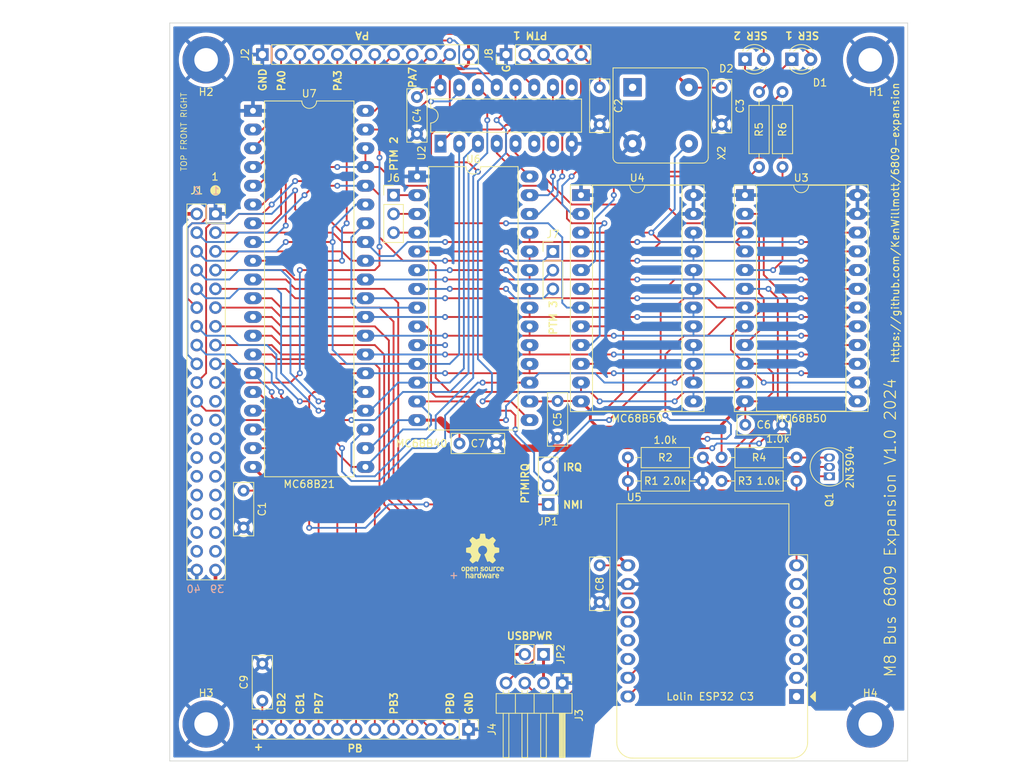
<source format=kicad_pcb>
(kicad_pcb (version 20240108) (generator "pcbnew") (generator_version "8.0")
  (layers (0 "F.Cu" signal) (31 "B.Cu" signal) (34 "B.Paste" user) (35 "F.Paste" user) (36 "B.SilkS" user "B.Silkscreen") (37 "F.SilkS" user "F.Silkscreen") (38 "B.Mask" user) (39 "F.Mask" user) (44 "Edge.Cuts" user))
  (net 0 "")
  (net 1 "GND")
  (net 2 "/A4")
  (net 3 "/A3")
  (net 4 "/A2")
  (net 5 "/A1")
  (net 6 "/A0")
  (net 7 "/D7")
  (net 8 "/D6")
  (net 9 "/D5")
  (net 10 "/D4")
  (net 11 "/D3")
  (net 12 "/D2")
  (net 13 "/D1")
  (net 14 "/D0")
  (net 15 "VCC")
  (net 16 "/bus/NMI")
  (net 17 "/bus/MR")
  (net 18 "/bus/Q")
  (net 19 "/bus/DIS")
  (net 20 "/bus/BREQ")
  (net 21 "/bus/BA")
  (net 22 "/bus/HALT")
  (net 23 "/bus/A5")
  (net 24 "/bus/A6")
  (net 25 "/bus/A7")
  (net 26 "/bus/A15")
  (net 27 "/bus/A8")
  (net 28 "/bus/A14")
  (net 29 "/bus/A9")
  (net 30 "/bus/A13")
  (net 31 "/bus/A10")
  (net 32 "/bus/A12")
  (net 33 "/bus/A11")
  (net 34 "Net-(J2-Pin_3)")
  (net 35 "Net-(J2-Pin_4)")
  (net 36 "Net-(J2-Pin_5)")
  (net 37 "Net-(J2-Pin_6)")
  (net 38 "Net-(J2-Pin_7)")
  (net 39 "Net-(J2-Pin_8)")
  (net 40 "Net-(J2-Pin_10)")
  (net 41 "Net-(J2-Pin_11)")
  (net 42 "Net-(J4-Pin_3)")
  (net 43 "Net-(J4-Pin_4)")
  (net 44 "Net-(J4-Pin_5)")
  (net 45 "Net-(J4-Pin_6)")
  (net 46 "Net-(J4-Pin_7)")
  (net 47 "Net-(J4-Pin_8)")
  (net 48 "Net-(J4-Pin_11)")
  (net 49 "Net-(U3-Rx_CLK)")
  (net 50 "Net-(U5-RX)")
  (net 51 "Net-(U3-Tx_Data)")
  (net 53 "/PA0")
  (net 54 "/PA7")
  (net 65 "/E")
  (net 66 "/R{slash}W*")
  (net 67 "/RES*")
  (net 68 "/IRQ*")
  (net 69 "/PB7")
  (net 70 "BSEL0*")
  (net 71 "/PB0")
  (net 72 "Net-(J4-Pin_10)")
  (net 73 "Net-(U2A-E)")
  (net 74 "Net-(U2A-O0)")
  (net 75 "Net-(U2A-O1)")
  (net 79 "PIASEL*")
  (net 80 "PTMSEL*")
  (net 81 "Net-(JP1-C)")
  (net 83 "Net-(Q1-E)")
  (net 84 "Net-(Q1-B)")
  (net 85 "Net-(Q1-C)")
  (net 86 "Net-(U5-3V3)")
  (net 87 "Net-(J3-Pin_3)")
  (net 88 "Net-(J3-Pin_4)")
  (net 89 "Net-(J3-Pin_2)")
  (net 90 "Net-(J8-Pin_2)")
  (net 91 "Net-(J8-Pin_3)")
  (net 92 "Net-(J8-Pin_4)")
  (net 93 "Net-(J6-Pin_1)")
  (net 94 "Net-(J6-Pin_2)")
  (net 95 "Net-(J6-Pin_3)")
  (net 96 "Net-(J7-Pin_1)")
  (net 97 "Net-(J7-Pin_2)")
  (net 98 "Net-(J7-Pin_3)")
  (net 99 "Net-(D2-K)")
  (net 100 "Net-(U4-~{RTS})")
  (net 101 "Net-(U3-~{RTS})")
  (net 102 "Net-(D1-K)")
  (footprint "Capacitor_THT:C_Disc_D7.0mm_W2.5mm_P5.00mm" (layer "F.Cu") (at 85.08 113.375 -90)
    (property "Reference" "C1")
    (property "Value" "100n")
  )
  (footprint "Resistor_THT:R_Axial_DIN0207_L6.3mm_D2.5mm_P10.16mm_Horizontal" (layer "F.Cu") (at 158.105 59.36 -90)
    (property "Reference" "R6")
    (property "Value" "1.0k")
  )
  (footprint "Package_TO_SOT_THT:TO-92_Inline" (layer "F.Cu") (at 164.455 111.43 90)
    (property "Reference" "Q1")
    (property "Value" "2N3904")
  )
  (footprint "Resistor_THT:R_Axial_DIN0207_L6.3mm_D2.5mm_P10.16mm_Horizontal" (layer "F.Cu") (at 154.93 59.36 -90)
    (property "Reference" "R5")
    (property "Value" "1.0k")
  )
  (footprint "Package_DIP:DIP-24_W15.24mm_Socket_LongPads" (layer "F.Cu") (at 153.02 73.325)
    (property "Reference" "U3")
    (property "Value" "MC68B50")
  )
  (footprint "Connector_PinHeader_2.54mm:PinHeader_1x02_P2.54mm_Vertical" (layer "F.Cu") (at 125.72 135.56 -90)
    (property "Reference" "JP2")
    (property "Value" "Jumper_2_Bridged")
  )
  (footprint "Connector_PinHeader_2.54mm:PinHeader_1x05_P2.54mm_Vertical" (layer "F.Cu") (at 120.645 54.28 90)
    (property "Reference" "J8")
    (property "Value" "Conn_01x05_Pin")
  )
  (footprint "Connector_PinHeader_2.54mm:PinHeader_1x12_P2.54mm_Vertical" (layer "F.Cu") (at 87.62 54.28 90)
    (property "Reference" "J2")
    (property "Value" "Conn_01x12_Pin" (hide yes))
  )
  (footprint "Oscillator:Oscillator_DIP-8_LargePads" (layer "F.Cu") (at 137.785 58.725 -90)
    (property "Reference" "X2")
    (property "Value" "1.8432M")
  )
  (footprint "Connector_PinHeader_2.54mm:PinHeader_1x03_P2.54mm_Vertical" (layer "F.Cu") (at 105.4 73.33)
    (property "Reference" "J6")
    (property "Value" "Conn_01x03_Pin")
  )
  (footprint "MountingHole:MountingHole_3.2mm_M3_Pad" (layer "F.Cu") (at 170 145)
    (property "Reference" "H4")
    (property "Value" "MountingHole_Pad" (hide yes))
  )
  (footprint "Capacitor_THT:C_Disc_D7.0mm_W2.5mm_P5.00mm" (layer "F.Cu") (at 114.33 106.985)
    (property "Reference" "C7")
    (property "Value" "100n")
  )
  (footprint "MountingHole:MountingHole_3.2mm_M3_Pad" (layer "F.Cu") (at 80 55)
    (property "Reference" "H2")
    (property "Value" "MountingHole_Pad" (hide yes))
  )
  (footprint "Capacitor_THT:C_Disc_D7.0mm_W2.5mm_P5.00mm" (layer "F.Cu") (at 108.575 60.035 -90)
    (property "Reference" "C4")
    (property "Value" "100n")
  )
  (footprint "Capacitor_THT:C_Disc_D7.0mm_W2.5mm_P5.00mm" (layer "F.Cu") (at 133.34 123.495 -90)
    (property "Reference" "C8")
    (property "Value" "100n")
  )
  (footprint "Package_DIP:DIP-16_W7.62mm_LongPads" (layer "F.Cu") (at 111.765 66.36 90)
    (property "Reference" "U2")
    (property "Value" "74LS139")
  )
  (footprint "Connector_PinHeader_2.54mm:PinHeader_1x04_P2.54mm_Horizontal" (layer "F.Cu") (at 128.26 139.44 -90)
    (property "Reference" "J3")
    (property "Value" "Conn_01x04_Pin")
  )
  (footprint "Module:WEMOS_D1_mini_light" (layer "F.Cu") (at 160.01 141.275 180)
    (property "Reference" "U5")
    (property "Value" "Lolin ESP32 C3")
  )
  (footprint "Resistor_THT:R_Axial_DIN0207_L6.3mm_D2.5mm_P10.16mm_Horizontal" (layer "F.Cu") (at 149.85 108.89)
    (property "Reference" "R4")
    (property "Value" "1.0k")
  )
  (footprint "Connector_PinSocket_2.54mm:PinSocket_2x20_P2.54mm_Vertical" (layer "F.Cu") (at 81.27 75.87)
    (property "Reference" "J1")
    (property "Value" "Conn_02x20_Odd_Even" (hide yes))
  )
  (footprint "Package_DIP:DIP-40_W15.24mm_LongPads" (layer "F.Cu") (at 86.35 61.9)
    (property "Reference" "U7")
    (property "Value" "MC68B21")
  )
  (footprint "Capacitor_THT:C_Disc_D7.0mm_W2.5mm_P5.00mm" (layer "F.Cu") (at 127.625 101.23 -90)
    (property "Reference" "C5")
    (property "Value" "100n")
  )
  (footprint "Connector_PinHeader_2.54mm:PinHeader_1x03_P2.54mm_Vertical" (layer "F.Cu") (at 126.99 80.965)
    (property "Reference" "J7")
    (property "Value" "Conn_01x03_Pin")
  )
  (footprint "MountingHole:MountingHole_3.2mm_M3_Pad" (layer "F.Cu") (at 170 55)
    (property "Reference" "H1")
    (property "Value" "MountingHole_Pad" (hide yes))
  )
  (footprint "MountingHole:MountingHole_3.2mm_M3_Pad" (layer "F.Cu") (at 80 145)
    (property "Reference" "H3")
    (property "Value" "MountingHole_Pad" (hide yes))
  )
  (footprint "Symbol:OSHW-Logo_5.7x6mm_SilkScreen" (layer "F.Cu") (at 117.465 122.225)
    (property "Reference" "REF**" (hide yes))
    (property "Value" "OSHW-Logo_5.7x6mm_SilkScreen" (hide yes))
  )
  (footprint "Package_DIP:DIP-24_W15.24mm_Socket_LongPads" (layer "F.Cu") (at 130.8 73.33)
    (property "Reference" "U4")
    (property "Value" "MC68B50")
  )
  (footprint "Connector_PinHeader_2.54mm:PinHeader_1x03_P2.54mm_Vertical" (layer "F.Cu") (at 126.355 115.24 180)
    (property "Reference" "JP1")
    (property "Value" "PTIRQ")
  )
  (footprint "Capacitor_THT:C_Disc_D7.0mm_W2.5mm_P5.00mm" (layer "F.Cu") (at 133.34 58.725 -90)
    (property "Reference" "C2")
    (property "Value" "100n")
  )
  (footprint "LED_THT:LED_D3.0mm" (layer "F.Cu") (at 159.375 54.915)
    (property "Reference" "D1")
    (property "Value" "LED")
  )
  (footprint "Capacitor_THT:C_Disc_D7.0mm_W2.5mm_P5.00mm" (layer "F.Cu") (at 149.85 58.765 -90)
    (property "Reference" "C3")
    (property "Value" "100n")
  )
  (footprint "Resistor_THT:R_Axial_DIN0207_L6.3mm_D2.5mm_P10.16mm_Horizontal" (layer "F.Cu") (at 137.15 112.065)
    (property "Reference" "R1")
    (property "Value" "2.0k")
  )
  (footprint "Capacitor_THT:C_Disc_D7.0mm_W2.5mm_P5.00mm" (layer "F.Cu") (at 87.62 141.83 90)
    (property "Reference" "C9")
    (property "Value" "100n")
  )
  (footprint "Connector_PinHeader_2.54mm:PinHeader_1x12_P2.54mm_Vertical" (layer "F.Cu") (at 115.56 145.72 -90)
    (property "Reference" "J4")
    (property "Value" "Conn_01x12_Pin" (hide yes))
  )
  (footprint "Package_DIP:DIP-28_W15.24mm_LongPads" (layer "F.Cu") (at 108.595 70.8)
    (property "Reference" "U6")
    (property "Value" "MC68B40")
  )
  (footprint "Resistor_THT:R_Axial_DIN0207_L6.3mm_D2.5mm_P10.16mm_Horizontal" (layer "F.Cu") (at 147.31 108.89 180)
    (property "Reference" "R2")
    (property "Value" "1.0k")
  )
  (footprint "LED_THT:LED_D3.0mm" (layer "F.Cu") (at 153.025 54.915)
    (property "Reference" "D2")
    (property "Value" "LED")
  )
  (footprint "Resistor_THT:R_Axial_DIN0207_L6.3mm_D2.5mm_P10.16mm_Horizontal" (layer "F.Cu") (at 160.01 112.065 180)
    (property "Reference" "R3")
    (property "Value" "1.0k")
  )
  (footprint "Capacitor_THT:C_Disc_D7.0mm_W2.5mm_P5.00mm" (layer "F.Cu") (at 153.065 104.445)
    (property "Reference" "C6")
    (property "Value" "100n")
  )
  (gr_circle (center 81.27 72.695) (end 81.905 72.695) (stroke (width 0.15)) (fill solid) (layer "F.SilkS"))
  (gr_line (start 175.07 50) (end 175.07 150) (stroke (width 0.1)) (layer "Edge.Cuts"))
  (gr_line (start 75.07 150) (end 175.07 150) (stroke (width 0.1)) (layer "Edge.Cuts"))
  (gr_line (start 75.07 50) (end 175.07 50) (stroke (width 0.1)) (layer "Edge.Cuts"))
  (gr_line (start 75.07 150) (end 75.07 50) (stroke (width 0.1)) (layer "Edge.Cuts"))
  (gr_text "1" (at 81.905 73.33 0) (layer "B.SilkS") (effects (font (size 1 1)) (justify left bottom mirror)))
  (gr_text "40" (at 79.365 127.305 0) (layer "B.SilkS") (effects (font (size 1 1)) (justify left bottom mirror)))
  (gr_text "+" (at 114.29 125.4 0) (layer "B.SilkS") (effects (font (size 1 1)) (justify left bottom mirror)))
  (gr_text "39" (at 82.54 127.305 0) (layer "B.SilkS") (effects (font (size 1 1)) (justify left bottom mirror)))
  (gr_text "2" (at 79.365 73.33 0) (layer "B.SilkS") (effects (font (size 1 1)) (justify left bottom mirror)))
  (gr_text "TOP FRONT RIGHT" (at 77.46 70.155 90) (layer "F.SilkS") (effects (font (size 0.8 0.8) (thickness 0.1)) (justify left bottom)))
  (gr_text "GND" (at 88.255 59.36 90) (layer "F.SilkS") (effects (font (size 1 1) (thickness 0.2) (bold yes)) (justify left bottom)))
  (gr_text "PB7" (at 95.875 143.815 90) (layer "F.SilkS") (effects (font (size 1 1) (thickness 0.2) (bold yes)) (justify left bottom)))
  (gr_text "PB" (at 99.05 148.895 0) (layer "F.SilkS") (effects (font (size 1 1) (thickness 0.2) (bold yes)) (justify left bottom)))
  (gr_text "PTM 1" (at 126.355 51.105 180) (layer "F.SilkS") (effects (font (size 1 1) (thickness 0.2) (bold yes)) (justify left bottom)))
  (gr_text "NMI" (at 128.26 115.875 0) (layer "F.SilkS") (effects (font (size 1 1) (thickness 0.2) (bold yes)) (justify left bottom)))
  (gr_text "M8 Bus 6809 Expansion V1.0 2024" (at 172.71 118.415 90) (layer "F.SilkS") (effects (font (size 1.5 1.5))))
  (gr_text "PA0" (at 90.795 59.36 90) (layer "F.SilkS") (effects (font (size 1 1) (thickness 0.2) (bold yes)) (justify left bottom)))
  (gr_text "PB3" (at 106.035 143.815 90) (layer "F.SilkS") (effects (font (size 1 1) (thickness 0.2) (bold yes)) (justify left bottom)))
  (gr_text "https://github.com/KenWillmott/6809-expansion" (at 173.98 96.19 90) (layer "F.SilkS") (effects (font (size 1 1)) (justify left bottom)))
  (gr_text "PTM 3" (at 127.625 92.38 90) (layer "F.SilkS") (effects (font (size 1 1) (thickness 0.2) (bold yes)) (justify left bottom)))
  (gr_text "1" (at 80.635 71.425 0) (layer "F.SilkS") (effects (font (size 1 1)) (justify left bottom)))
  (gr_text "CB2" (at 90.795 143.815 90) (layer "F.SilkS") (effects (font (size 1 1) (thickness 0.2) (bold yes)) (justify left bottom)))
  (gr_text "PA3" (at 98.415 59.36 90) (layer "F.SilkS") (effects (font (size 1 1) (thickness 0.2) (bold yes)) (justify left bottom)))
  (gr_text "USBPWR" (at 120.64 133.655 0) (layer "F.SilkS") (effects (font (size 1 1) (thickness 0.2) (bold yes)) (justify left bottom)))
  (gr_text "PTM 2" (at 106.035 70.155 90) (layer "F.SilkS") (effects (font (size 1 1) (thickness 0.2) (bold yes)) (justify left bottom)))
  (gr_text "IRQ" (at 128.26 110.795 0) (layer "F.SilkS") (effects (font (size 1 1) (thickness 0.2) (bold yes)) (justify left bottom)))
  (gr_text "PA7" (at 108.575 58.915 90) (layer "F.SilkS") (effects (font (size 1 1) (thickness 0.2) (bold yes)) (justify left bottom)))
  (gr_text "PTMIRQ" (at 123.815 115.24 90) (layer "F.SilkS") (effects (font (size 1 1) (thickness 0.2) (bold yes)) (justify left bottom)))
  (gr_text "SER 1" (at 163.185 51.105 180) (layer "F.SilkS") (effects (font (size 1 1) (thickness 0.2) (bold yes)) (justify left bottom)))
  (gr_text "GND" (at 116.195 143.815 90) (layer "F.SilkS") (effects (font (size 1 1) (thickness 0.2) (bold yes)) (justify left bottom)))
  (gr_text "G" (at 121.275 56.82 90) (layer "F.SilkS") (effects (font (size 1 1) (thickness 0.2) (bold yes)) (justify left bottom)))
  (gr_text "CB1" (at 93.335 143.815 90) (layer "F.SilkS") (effects (font (size 1 1) (thickness 0.2) (bold yes)) (justify left bottom)))
  (gr_text "+" (at 87.62 148.895 90) (layer "F.SilkS") (effects (font (size 1 1) (thickness 0.2) (bold yes)) (justify left bottom)))
  (gr_text "PB0" (at 113.655 143.815 90) (layer "F.SilkS") (effects (font (size 1 1) (thickness 0.2) (bold yes)) (justify left bottom)))
  (gr_text "PA" (at 102.225 51.105 180) (layer "F.SilkS") (effects (font (size 1 1) (thickness 0.2) (bold yes)) (justify left bottom)))
  (gr_text "SER 2" (at 156.2 51.105 180) (layer "F.SilkS") (effects (font (size 1 1) (thickness 0.2) (bold yes)) (justify left bottom)))
  (segment (start 89.525 52.375) (end 88.89 53.01) (width 0.25) (layer "F.Cu") (net 2))
  (segment (start 88.89 53.01) (end 88.89 56.185) (width 0.25) (layer "F.Cu") (net 2))
  (segment (start 88.89 56.185) (end 80 65.075) (width 0.25) (layer "F.Cu") (net 2))
  (segment (start 80 76.505) (end 79.365 77.14) (width 0.25) (layer "F.Cu") (net 2))
  (segment (start 113.02 52.375) (end 89.525 52.375) (width 0.25) (layer "F.Cu") (net 2))
  (segment (start 80 65.075) (end 80 76.505) (width 0.25) (layer "F.Cu") (net 2))
  (segment (start 78.095 77.14) (end 77.46 77.775) (width 0.25) (layer "F.Cu") (net 2))
  (segment (start 79.365 77.14) (end 78.095 77.14) (width 0.25) (layer "F.Cu") (net 2))
  (segment (start 77.46 77.775) (end 77.46 87.3) (width 0.25) (layer "F.Cu") (net 2))
  (segment (start 77.46 87.3) (end 78.73 88.57) (width 0.25) (layer "F.Cu") (net 2))
  (via (at 113.02 52.375) (size 0.8) (drill 0.4) (layers "F.Cu" "B.Cu") (net 2))
  (segment (start 114.29 53.01) (end 114.29 55.55) (width 0.25) (layer "B.Cu") (net 2))
  (segment (start 114.29 55.55) (end 114.925 56.185) (width 0.25) (layer "B.Cu") (net 2))
  (segment (start 114.925 56.185) (end 116.83 56.185) (width 0.25) (layer "B.Cu") (net 2))
  (segment (start 116.83 56.185) (end 119.385 58.74) (width 0.25) (layer "B.Cu") (net 2))
  (segment (start 113.655 52.375) (end 114.29 53.01) (width 0.25) (layer "B.Cu") (net 2))
  (segment (start 113.02 52.375) (end 113.655 52.375) (width 0.25) (layer "B.Cu") (net 2))
  (segment (start 118.1 63.17) (end 118.1 59.995) (width 0.25) (layer "F.Cu") (net 3))
  (segment (start 96.51 102.54) (end 97.78 103.81) (width 0.25) (layer "F.Cu") (net 3))
  (segment (start 97.78 103.81) (end 99.685 103.81) (width 0.25) (layer "F.Cu") (net 3))
  (segment (start 95.24 102.54) (end 96.51 102.54) (width 0.25) (layer "F.Cu") (net 3))
  (segment (start 118.1 59.995) (end 116.845 58.74) (width 0.25) (layer "F.Cu") (net 3))
  (via (at 118.1 63.17) (size 0.8) (drill 0.4) (layers "F.Cu" "B.Cu") (net 3))
  (via (at 95.24 102.54) (size 0.8) (drill 0.4) (layers "F.Cu" "B.Cu") (net 3))
  (via (at 99.685 103.81) (size 0.8) (drill 0.4) (layers "F.Cu" "B.Cu") (net 3))
  (segment (start 115.56 97.46) (end 113.02 100) (width 0.25) (layer "B.Cu") (net 3))
  (segment (start 80 87.3) (end 78.73 86.03) (width 0.25) (layer "B.Cu") (net 3))
  (segment (start 90.16 97.46) (end 90.16 86.665) (width 0.25) (layer "B.Cu") (net 3))
  (segment (start 106.67 100) (end 102.86 103.81) (width 0.25) (layer "B.Cu") (net 3))
  (segment (start 95.24 102.54) (end 90.16 97.46) (width 0.25) (layer "B.Cu") (net 3))
  (segment (start 118.1 67.615) (end 115.56 70.155) (width 0.25) (layer "B.Cu") (net 3))
  (segment (start 113.02 100) (end 106.67 100) (width 0.25) (layer "B.Cu") (net 3))
  (segment (start 83.175 87.3) (end 80 87.3) (width 0.25) (layer "B.Cu") (net 3))
  (segment (start 90.16 86.665) (end 89.525 86.03) (width 0.25) (layer "B.Cu") (net 3))
  (segment (start 89.525 86.03) (end 84.445 86.03) (width 0.25) (layer "B.Cu") (net 3))
  (segment (start 84.445 86.03) (end 83.175 87.3) (width 0.25) (layer "B.Cu") (net 3))
  (segment (start 102.86 103.81) (end 99.685 103.81) (width 0.25) (layer "B.Cu") (net 3))
  (segment (start 115.56 70.155) (end 115.56 97.46) (width 0.25) (layer "B.Cu") (net 3))
  (segment (start 118.1 63.17) (end 118.1 67.615) (width 0.25) (layer "B.Cu") (net 3))
  (segment (start 99.05 102.54) (end 101.59 102.54) (width 0.25) (layer "F.Cu") (net 4))
  (segment (start 97.78 101.27) (end 99.05 102.54) (width 0.25) (layer "F.Cu") (net 4))
  (segment (start 95.24 101.27) (end 97.78 101.27) (width 0.25) (layer "F.Cu") (net 4))
  (via (at 95.24 101.27) (size 0.8) (drill 0.4) (layers "F.Cu" "B.Cu") (net 4))
  (segment (start 101.59 102.54) (end 102.225 102.54) (width 0.25) (layer "B.Cu") (net 4))
  (segment (start 83.175 84.76) (end 80 84.76) (width 0.25) (layer "B.Cu") (net 4))
  (segment (start 114.925 96.825) (end 114.925 68.28) (width 0.25) (layer "B.Cu") (net 4))
  (segment (start 108.595 98.74) (end 113.01 98.74) (width 0.25) (layer "B.Cu") (net 4))
  (segment (start 91.43 84.76) (end 90.16 83.49) (width 0.25) (layer "B.Cu") (net 4))
  (segment (start 80 84.76) (end 78.73 83.49) (width 0.25) (layer "B.Cu") (net 4))
  (segment (start 84.445 83.49) (end 83.175 84.76) (width 0.25) (layer "B.Cu") (net 4))
  (segment (start 90.16 83.49) (end 84.445 83.49) (width 0.25) (layer "B.Cu") (net 4))
  (segment (start 91.43 97.46) (end 91.43 84.76) (width 0.25) (layer "B.Cu") (net 4))
  (segment (start 95.24 101.27) (end 91.43 97.46) (width 0.25) (layer "B.Cu") (net 4))
  (segment (start 102.225 102.54) (end 106.035 98.73) (width 0.25) (layer "B.Cu") (net 4))
  (segment (start 106.035 98.73) (end 106.045 98.74) (width 0.25) (layer "B.Cu") (net 4))
  (segment (start 114.925 68.28) (end 116.845 66.36) (width 0.25) (layer "B.Cu") (net 4))
  (segment (start 113.01 98.74) (end 114.925 96.825) (width 0.25) (layer "B.Cu") (net 4))
  (segment (start 106.045 98.74) (end 108.595 98.74) (width 0.25) (layer "B.Cu") (net 4))
  (segment (start 90.795 79.68) (end 97.145 79.68) (width 0.25) (layer "F.Cu") (net 5))
  (via (at 97.145 79.68) (size 0.8) (drill 0.4) (layers "F.Cu" "B.Cu") (net 5))
  (via (at 90.795 79.68) (size 0.8) (drill 0.4) (layers "F.Cu" "B.Cu") (net 5))
  (segment (start 83.175 82.22) (end 84.445 80.95) (width 0.25) (layer "B.Cu") (net 5))
  (segment (start 113.01 96.2) (end 114.29 94.92) (width 0.25) (layer "B.Cu") (net 5))
  (segment (start 99.05 96.19) (end 108.585 96.19) (width 0.25) (layer "B.Cu") (net 5))
  (segment (start 114.29 94.92) (end 114.29 66.375) (width 0.25) (layer "B.Cu") (net 5))
  (segment (start 100.32 74.6) (end 101.59 74.6) (width 0.25) (layer "B.Cu") (net 5))
  (segment (start 97.145 94.285) (end 99.05 96.19) (width 0.25) (layer "B.Cu") (net 5))
  (segment (start 80 82.22) (end 83.175 82.22) (width 0.25) (layer "B.Cu") (net 5))
  (segment (start 114.29 66.375) (end 114.305 66.36) (width 0.25) (layer "B.Cu") (net 5))
  (segment (start 108.595 96.2) (end 113.01 96.2) (width 0.25) (layer "B.Cu") (net 5))
  (segment (start 97.145 77.775) (end 100.32 74.6) (width 0.25) (layer "B.Cu") (net 5))
  (segment (start 97.145 79.68) (end 97.145 77.775) (width 0.25) (layer "B.Cu") (net 5))
  (segment (start 108.585 96.19) (end 108.595 96.2) (width 0.25) (layer "B.Cu") (net 5))
  (segment (start 84.445 80.95) (end 89.525 80.95) (width 0.25) (layer "B.Cu") (net 5))
  (segment (start 78.73 80.95) (end 80 82.22) (width 0.25) (layer "B.Cu") (net 5))
  (segment (start 97.145 80.95) (end 97.145 79.68) (width 0.25) (layer "B.Cu") (net 5))
  (segment (start 89.525 80.95) (end 90.795 79.68) (width 0.25) (layer "B.Cu") (net 5))
  (segment (start 97.145 80.95) (end 97.145 94.285) (width 0.25) (layer "B.Cu") (net 5))
  (segment (start 130.8 100) (end 130.8 98.73) (width 0.25) (layer "F.Cu") (net 6))
  (segment (start 143.5 101.27) (end 144.77 100) (width 0.25) (layer "F.Cu") (net 6))
  (segment (start 113.02 100) (end 130.8 100) (width 0.25) (layer "F.Cu") (net 6))
  (segment (start 94.605 72.06) (end 97.78 72.06) (width 0.25) (layer "F.Cu") (net 6))
  (segment (start 102.225 72.06) (end 103.495 73.33) (width 0.25) (layer "F.Cu") (net 6))
  (segment (start 93.335 73.33) (end 94.605 72.06) (width 0.25) (layer "F.Cu") (net 6))
  (segment (start 111.115 82.855) (end 111.115 93.65) (width 0.25) (layer "F.Cu") (net 6))
  (segment (start 103.495 79.045) (end 106.67 82.22) (width 0.25) (layer "F.Cu") (net 6))
  (segment (start 132.07 100) (end 133.34 101.27) (width 0.25) (layer "F.Cu") (net 6))
  (segment (start 130.8 100) (end 132.07 100) (width 0.25) (layer "F.Cu") (net 6))
  (segment (start 103.495 73.33) (end 103.495 79.045) (width 0.25) (layer "F.Cu") (net 6))
  (segment (start 112.385 93.65) (end 111.115 93.65) (width 0.25) (layer "F.Cu") (net 6))
  (segment (start 151.745 100) (end 153.02 98.725) (width 0.25) (layer "F.Cu") (net 6))
  (segment (start 144.77 100) (end 151.745 100) (width 0.25) (layer "F.Cu") (net 6))
  (segment (start 111.115 93.65) (end 111.115 98.095) (width 0.25) (layer "F.Cu") (net 6))
  (segment (start 111.115 98.095) (end 113.02 100) (width 0.25) (layer "F.Cu") (net 6))
  (segment (start 106.67 82.22) (end 110.48 82.22) (width 0.25) (layer "F.Cu") (net 6))
  (segment (start 101.59 72.06) (end 102.225 72.06) (width 0.25) (layer "F.Cu") (net 6))
  (segment (start 110.48 82.22) (end 111.115 82.855) (width 0.25) (layer "F.Cu") (net 6))
  (via (at 93.335 73.33) (size 0.8) (drill 0.4) (layers "F.Cu" "B.Cu") (net 6))
  (via (at 97.78 72.06) (size 0.8) (drill 0.4) (layers "F.Cu" "B.Cu") (net 6))
  (via (at 112.385 93.65) (size 0.8) (drill 0.4) (layers "F.Cu" "B.Cu") (net 6))
  (via (at 133.34 101.27) (size 0.8) (drill 0.4) (layers "F.Cu" "B.Cu") (net 6))
  (via (at 143.5 101.27) (size 0.8) (drill 0.4) (layers "F.Cu" "B.Cu") (net 6))
  (segment (start 108.595 93.66) (end 108.605 93.65) (width 0.25) (layer "B.Cu") (net 6))
  (segment (start 143.5 101.27) (end 133.34 101.27) (width 0.25) (layer "B.Cu") (net 6))
  (segment (start 97.78 72.06) (end 101.59 72.06) (width 0.25) (layer "B.Cu") (net 6))
  (segment (start 80 79.68) (end 78.73 78.41) (width 0.25) (layer "B.Cu") (net 6))
  (segment (start 84.445 78.41) (end 83.175 79.68) (width 0.25) (layer "B.Cu") (net 6))
  (segment (start 93.335 73.33) (end 88.255 78.41) (width 0.25) (layer "B.Cu") (net 6))
  (segment (start 88.255 78.41) (end 84.445 78.41) (width 0.25) (layer "B.Cu") (net 6))
  (segment (start 83.175 79.68) (end 80 79.68) (width 0.25) (layer "B.Cu") (net 6))
  (segment (start 108.605 93.65) (end 112.385 93.65) (width 0.25) (layer "B.Cu") (net 6))
  (segment (start 164.455 96.19) (end 168.255 96.19) (width 0.25) (layer "F.Cu") (net 7))
  (segment (start 97.78 97.46) (end 101.59 97.46) (width 0.25) (layer "F.Cu") (net 7))
  (segment (start 112.385 97.46) (end 123.18 97.46) (width 0.25) (layer "F.Cu") (net 7))
  (segment (start 123.835 97.44) (end 123.815 97.46) (width 0.25) (layer "F.Cu") (net 7))
  (segment (start 160.645 97.46) (end 163.185 97.46) (width 0.25) (layer "F.Cu") (net 7))
  (segment (start 123.18 97.46) (end 123.815 97.46) (width 0.25) (layer "F.Cu") (net 7))
  (segment (start 123.815 97.46) (end 135.245 97.46) (width 0.25) (layer "F.Cu") (net 7))
  (segment (start 123.835 96.2) (end 123.835 97.44) (width 0.25) (layer "F.Cu") (net 7))
  (segment (start 163.185 97.46) (end 164.455 96.19) (width 0.25) (layer "F.Cu") (net 7))
  (segment (start 168.255 96.19) (end 168.26 96.185) (width 0.25) (layer "F.Cu") (net 7))
  (segment (start 81.27 96.19) (end 96.51 96.19) (width 0.25) (layer "F.Cu") (net 7))
  (segment (start 96.51 96.19) (end 97.78 97.46) (width 0.25) (layer "F.Cu") (net 7))
  (via (at 160.645 97.46) (size 0.8) (drill 0.4) (layers "F.Cu" "B.Cu") (net 7))
  (via (at 112.385 97.46) (size 0.8) (drill 0.4) (layers "F.Cu" "B.Cu") (net 7))
  (via (at 135.245 97.46) (size 0.8) (drill 0.4) (layers "F.Cu" "B.Cu") (net 7))
  (segment (start 135.245 97.46) (end 146.04 97.46) (width 0.25) (layer "B.Cu") (net 7))
  (segment (start 146.04 96.19) (end 146.04 97.46) (width 0.25) (layer "B.Cu") (net 7))
  (segment (start 101.59 97.46) (end 112.385 97.46) (width 0.25) (layer "B.Cu") (net 7))
  (segment (start 146.04 97.46) (end 160.645 97.46) (width 0.25) (layer "B.Cu") (net 7))
  (segment (start 123.18 94.92) (end 123.815 94.92) (width 0.25) (layer "F.Cu") (net 8))
  (segment (start 123.835 94.9) (end 123.815 94.92) (width 0.25) (layer "F.Cu") (net 8))
  (segment (start 88.89 93.65) (end 90.16 94.92) (width 0.25) (layer "F.Cu") (net 8))
  (segment (start 160.645 94.92) (end 163.185 94.92) (width 0.25) (layer "F.Cu") (net 8))
  (segment (start 163.185 94.92) (end 164.455 93.65) (width 0.25) (layer "F.Cu") (net 8))
  (segment (start 123.815 94.92) (end 135.245 94.92) (width 0.25) (layer "F.Cu") (net 8))
  (segment (start 112.385 94.92) (end 123.18 94.92) (width 0.25) (layer "F.Cu") (net 8))
  (segment (start 123.835 93.66) (end 123.835 94.9) (width 0.25) (layer "F.Cu") (net 8))
  (segment (start 168.255 93.65) (end 168.26 93.645) (width 0.25) (layer "F.Cu") (net 8))
  (segment (start 81.27 93.65) (end 88.89 93.65) (width 0.25) (layer "F.Cu") (net 8))
  (segment (start 90.16 94.92) (end 101.59 94.92) (width 0.25) (layer "F.Cu") (net 8))
  (segment (start 164.455 93.65) (end 168.255 93.65) (width 0.25) (layer "F.Cu") (net 8))
  (via (at 135.245 94.92) (size 0.8) (drill 0.4) (layers "F.Cu" "B.Cu") (net 8))
  (via (at 160.645 94.92) (size 0.8) (drill 0.4) (layers "F.Cu" "B.Cu") (net 8))
  (via (at 112.385 94.92) (size 0.8) (drill 0.4) (layers "F.Cu" "B.Cu") (net 8))
  (segment (start 101.59 94.92) (end 112.385 94.92) (width 0.25) (layer "B.Cu") (net 8))
  (segment (start 146.04 93.65) (end 146.04 94.92) (width 0.25) (layer "B.Cu") (net 8))
  (segment (start 146.04 94.92) (end 160.645 94.92) (width 0.25) (layer "B.Cu") (net 8))
  (segment (start 135.245 94.92) (end 146.04 94.92) (width 0.25) (layer "B.Cu") (net 8))
  (segment (start 112.385 92.38) (end 123.815 92.38) (width 0.25) (layer "F.Cu") (net 9))
  (segment (start 123.815 92.38) (end 135.245 92.38) (width 0.25) (layer "F.Cu") (net 9))
  (segment (start 168.255 91.11) (end 168.26 91.105) (width 0.25) (layer "F.Cu") (net 9))
  (segment (start 88.89 91.11) (end 90.16 92.38) (width 0.25) (layer "F.Cu") (net 9))
  (segment (start 123.835 91.12) (end 123.835 92.36) (width 0.25) (layer "F.Cu") (net 9))
  (segment (start 164.455 91.11) (end 168.255 91.11) (width 0.25) (layer "F.Cu") (net 9))
  (segment (start 160.645 92.38) (end 163.185 92.38) (width 0.25) (layer "F.Cu") (net 9))
  (segment (start 81.27 91.11) (end 88.89 91.11) (width 0.25) (layer "F.Cu") (net 9))
  (segment (start 163.185 92.38) (end 164.455 91.11) (width 0.25) (layer "F.Cu") (net 9))
  (segment (start 90.16 92.38) (end 101.59 92.38) (width 0.25) (layer "F.Cu") (net 9))
  (segment (start 123.835 92.36) (end 123.815 92.38) (width 0.25) (layer "F.Cu") (net 9))
  (via (at 112.385 92.38) (size 0.8) (drill 0.4) (layers "F.Cu" "B.Cu") (net 9))
  (via (at 160.645 92.38) (size 0.8) (drill 0.4) (layers "F.Cu" "B.Cu") (net 9))
  (via (at 135.245 92.38) (size 0.8) (drill 0.4) (layers "F.Cu" "B.Cu") (net 9))
  (segment (start 146.04 92.38) (end 146.04 91.11) (width 0.25) (layer "B.Cu") (net 9))
  (segment (start 112.385 92.38) (end 101.59 92.38) (width 0.25) (layer "B.Cu") (net 9))
  (segment (start 135.245 92.38) (end 146.04 92.38) (width 0.25) (layer "B.Cu") (net 9))
  (segment (start 146.04 92.38) (end 160.645 92.38) (width 0.25) (layer "B.Cu") (net 9))
  (segment (start 90.16 89.84) (end 88.89 88.57) (width 0.25) (layer "F.Cu") (net 10))
  (segment (start 88.89 88.57) (end 81.27 88.57) (width 0.25) (layer "F.Cu") (net 10))
  (segment (start 168.255 88.57) (end 168.26 88.565) (width 0.25) (layer "F.Cu") (net 10))
  (segment (start 123.18 89.84) (end 123.815 89.84) (width 0.25) (layer "F.Cu") (net 10))
  (segment (start 160.645 89.84) (end 163.185 89.84) (width 0.25) (layer "F.Cu") (net 10))
  (segment (start 123.835 88.58) (end 123.835 89.82) (width 0.25) (layer "F.Cu") (net 10))
  (segment (start 101.59 89.84) (end 90.16 89.84) (width 0.25) (layer "F.Cu") (net 10))
  (segment (start 164.455 88.57) (end 168.255 88.57) (width 0.25) (layer "F.Cu") (net 10))
  (segment (start 112.385 89.84) (end 123.18 89.84) (width 0.25) (layer "F.Cu") (net 10))
  (segment (start 163.185 89.84) (end 164.455 88.57) (width 0.25) (layer "F.Cu") (net 10))
  (segment (start 123.835 89.82) (end 123.815 89.84) (width 0.25) (layer "F.Cu") (net 10))
  (segment (start 123.815 89.84) (end 138.42 89.84) (width 0.25) (layer "F.Cu") (net 10))
  (via (at 112.385 89.84) (size 0.8) (drill 0.4) (layers "F.Cu" "B.Cu") (net 10))
  (via (at 160.645 89.84) (size 0.8) (drill 0.4) (layers "F.Cu" "B.Cu") (net 10))
  (via (at 138.42 89.84) (size 0.8) (drill 0.4) (layers "F.Cu" "B.Cu") (net 10))
  (segment (start 101.59 89.84) (end 112.385 89.84) (width 0.25) (layer "B.Cu") (net 10))
  (segment (start 146.04 89.84) (end 146.04 88.57) (width 0.25) (layer "B.Cu") (net 10))
  (segment (start 146.04 89.84) (end 160.645 89.84) (width 0.25) (layer "B.Cu") (net 10))
  (segment (start 138.42 89.84) (end 146.04 89.84) (width 0.25) (layer "B.Cu") (net 10))
  (segment (start 168.255 86.03) (end 168.26 86.025) (width 0.25) (layer "F.Cu") (net 11))
  (segment (start 90.795 86.03) (end 92.065 87.3) (width 0.25) (layer "F.Cu") (net 11))
  (segment (start 163.185 87.3) (end 164.455 86.03) (width 0.25) (layer "F.Cu") (net 11))
  (segment (start 112.385 87.3) (end 123.18 87.3) (width 0.25) (layer "F.Cu") (net 11))
  (segment (start 123.835 87.28) (end 123.815 87.3) (width 0.25) (layer "F.Cu") (net 11))
  (segment (start 92.065 87.3) (end 101.59 87.3) (width 0.25) (layer "F.Cu") (net 11))
  (segment (start 81.27 86.03) (end 90.795 86.03) (width 0.25) (layer "F.Cu") (net 11))
  (segment (start 123.835 86.04) (end 123.835 87.28) (width 0.25) (layer "F.Cu") (net 11))
  (segment (start 123.18 87.3) (end 123.815 87.3) (width 0.25) (layer "F.Cu") (net 11))
  (segment (start 160.645 87.3) (end 163.185 87.3) (width 0.25) (layer "F.Cu") (net 11))
  (segment (start 164.455 86.03) (end 168.255 86.03) (width 0.25) (layer "F.Cu") (net 11))
  (segment (start 123.815 87.3) (end 138.42 87.3) (width 0.25) (layer "F.Cu") (net 11))
  (via (at 112.385 87.3) (size 0.8) (drill 0.4) (layers "F.Cu" "B.Cu") (net 11))
  (via (at 160.645 87.3) (size 0.8) (drill 0.4) (layers "F.Cu" "B.Cu") (net 11))
  (via (at 138.42 87.3) (size 0.8) (drill 0.4) (layers "F.Cu" "B.Cu") (net 11))
  (segment (start 101.59 87.3) (end 112.385 87.3) (width 0.25) (layer "B.Cu") (net 11))
  (segment (start 146.04 87.3) (end 146.04 86.03) (width 0.25) (layer "B.Cu") (net 11))
  (segment (start 138.42 87.3) (end 146.04 87.3) (width 0.25) (layer "B.Cu") (net 11))
  (segment (start 146.04 87.3) (end 160.645 87.3) (width 0.25) (layer "B.Cu") (net 11))
  (segment (start 123.835 84.74) (end 123.815 84.76) (width 0.25) (layer "F.Cu") (net 12))
  (segment (start 112.385 84.76) (end 123.18 84.76) (width 0.25) (layer "F.Cu") (net 12))
  (segment (start 123.815 84.76) (end 138.42 84.76) (width 0.25) (layer "F.Cu") (net 12))
  (segment (start 123.835 83.5) (end 123.835 84.74) (width 0.25) (layer "F.Cu") (net 12))
  (segment (start 163.185 84.76) (end 164.455 83.49) (width 0.25) (layer "F.Cu") (net 12))
  (segment (start 90.795 83.49) (end 81.27 83.49) (width 0.25) (layer "F.Cu") (net 12))
  (segment (start 160.645 84.76) (end 163.185 84.76) (width 0.25) (layer "F.Cu") (net 12))
  (segment (start 123.18 84.76) (end 123.815 84.76) (width 0.25) (layer "F.Cu") (net 12))
  (segment (start 101.59 84.76) (end 92.065 84.76) (width 0.25) (layer "F.Cu") (net 12))
  (segment (start 168.255 83.49) (end 168.26 83.485) (width 0.25) (layer "F.Cu") (net 12))
  (segment (start 92.065 84.76) (end 90.795 83.49) (width 0.25) (layer "F.Cu") (net 12))
  (segment (start 164.455 83.49) (end 168.255 83.49) (width 0.25) (layer "F.Cu") (net 12))
  (via (at 160.645 84.76) (size 0.8) (drill 0.4) (layers "F.Cu" "B.Cu") (net 12))
  (via (at 112.385 84.76) (size 0.8) (drill 0.4) (layers "F.Cu" "B.Cu") (net 12))
  (via (at 138.42 84.76) (size 0.8) (drill 0.4) (layers "F.Cu" "B.Cu") (net 12))
  (segment (start 146.04 84.76) (end 160.645 84.76) (width 0.25) (layer "B.Cu") (net 12))
  (segment (start 146.04 84.76) (end 146.04 83.49) (width 0.25) (layer "B.Cu") (net 12))
  (segment (start 101.59 84.76) (end 112.385 84.76) (width 0.25) (layer "B.Cu") (net 12))
  (segment (start 138.42 84.76) (end 146.04 84.76) (width 0.25) (layer "B.Cu") (net 12))
  (segment (start 123.815 82.22) (end 138.42 82.22) (width 0.25) (layer "F.Cu") (net 13))
  (segment (start 81.27 80.95) (end 98.415 80.95) (width 0.25) (layer "F.Cu") (net 13))
  (segment (start 160.645 82.22) (end 163.185 82.22) (width 0.25) (layer "F.Cu") (net 13))
  (segment (start 98.415 80.95) (end 99.685 82.22) (width 0.25) (layer "F.Cu") (net 13))
  (segment (start 99.685 82.22) (end 101.59 82.22) (width 0.25) (layer "F.Cu") (net 13))
  (segment (start 123.18 82.22) (end 123.815 82.22) (width 0.25) (layer "F.Cu") (net 13))
  (segment (start 123.835 82.2) (end 123.815 82.22) (width 0.25) (layer "F.Cu") (net 13))
  (segment (start 112.385 82.22) (end 123.18 82.22) (width 0.25) (layer "F.Cu") (net 13))
  (segment (start 168.255 80.95) (end 168.26 80.945) (width 0.25) (layer "F.Cu") (net 13))
  (segment (start 123.835 80.96) (end 123.835 82.2) (width 0.25) (layer "F.Cu") (net 13))
  (segment (start 164.455 80.95) (end 168.255 80.95) (width 0.25) (layer "F.Cu") (net 13))
  (segment (start 163.185 82.22) (end 164.455 80.95) (width 0.25) (layer "F.Cu") (net 13))
  (via (at 112.385 82.22) (size 0.8) (drill 0.4) (layers "F.Cu" "B.Cu") (net 13))
  (via (at 160.645 82.22) (size 0.8) (drill 0.4) (layers "F.Cu" "B.Cu") (net 13))
  (via (at 138.42 82.22) (size 0.8) (drill 0.4) (layers "F.Cu" "B.Cu") (net 13))
  (segment (start 101.59 82.22) (end 112.385 82.22) (width 0.25) (layer "B.Cu") (net 13))
  (segment (start 146.04 82.22) (end 160.645 82.22) (width 0.25) (layer "B.Cu") (net 13))
  (segment (start 138.42 82.22) (end 146.04 82.22) (width 0.25) (layer "B.Cu") (net 13))
  (segment (start 146.04 82.22) (end 146.04 80.95) (width 0.25) (layer "B.Cu") (net 13))
  (segment (start 97.145 78.41) (end 98.415 79.68) (width 0.25) (layer "F.Cu") (net 14))
  (segment (start 163.185 79.68) (end 164.455 78.41) (width 0.25) (layer "F.Cu") (net 14))
  (segment (start 123.835 79.66) (end 123.815 79.68) (width 0.25) (layer "F.Cu") (net 14))
  (segment (start 160.645 79.68) (end 163.185 79.68) (width 0.25) (layer "F.Cu") (net 14))
  (segment (start 81.27 78.41) (end 97.145 78.41) (width 0.25) (layer "F.Cu") (net 14))
  (segment (start 123.18 79.68) (end 123.815 79.68) (width 0.25) (layer "F.Cu") (net 14))
  (segment (start 98.415 79.68) (end 101.59 79.68) (width 0.25) (layer "F.Cu") (net 14))
  (segment (start 112.385 79.68) (end 123.18 79.68) (width 0.25) (layer "F.Cu") (net 14))
  (segment (start 123.815 79.68) (end 138.42 79.68) (width 0.25) (layer "F.Cu") (net 14))
  (segment (start 123.835 78.42) (end 123.835 79.66) (width 0.25) (layer "F.Cu") (net 14))
  (segment (start 164.455 78.41) (end 168.255 78.41) (width 0.25) (layer "F.Cu") (net 14))
  (segment (start 168.255 78.41) (end 168.26 78.405) (width 0.25) (layer "F.Cu") (net 14))
  (via (at 138.42 79.68) (size 0.8) (drill 0.4) (layers "F.Cu" "B.Cu") (net 14))
  (via (at 160.645 79.68) (size 0.8) (drill 0.4) (layers "F.Cu" "B.Cu") (net 14))
  (via (at 112.385 79.68) (size 0.8) (drill 0.4) (layers "F.Cu" "B.Cu") (net 14))
  (segment (start 146.04 79.68) (end 146.04 78.41) (width 0.25) (layer "B.Cu") (net 14))
  (segment (start 107.305 79.68) (end 105.4 81.585) (width 0.25) (layer "B.Cu") (net 14))
  (segment (start 112.385 79.68) (end 107.305 79.68) (width 0.25) (layer "B.Cu") (net 14))
  (segment (start 105.4 81.585) (end 103.495 81.585) (width 0.25) (layer "B.Cu") (net 14))
  (segment (start 146.04 79.68) (end 160.645 79.68) (width 0.25) (layer "B.Cu") (net 14))
  (segment (start 138.42 79.68) (end 146.04 79.68) (width 0.25) (layer "B.Cu") (net 14))
  (segment (start 103.495 81.585) (end 101.59 79.68) (width 0.25) (layer "B.Cu") (net 14))
  (segment (start 155.565 53.01) (end 160.645 53.01) (width 0.25) (layer "F.Cu") (net 15))
  (segment (start 133.34 105.08) (end 149.85 105.08) (width 1) (layer "F.Cu") (net 15))
  (segment (start 130.8 120.32) (end 118.1 133.02) (width 1) (layer "F.Cu") (net 15))
  (segment (start 86.31 113.375) (end 85.08 113.375) (width 0.25) (layer "F.Cu") (net 15))
  (segment (start 112.385 56.185) (end 114.925 56.185) (width 0.4) (layer "F.Cu") (net 15))
  (segment (start 108.575 59.995) (end 109.845 58.725) (width 0.25) (layer "F.Cu") (net 15))
  (segment (start 85.08 127.94) (end 83.81 126.67) (width 1) (layer "F.Cu") (net 15))
  (segment (start 115.56 55.55) (end 115.56 54.28) (width 0.4) (layer "F.Cu") (net 15))
  (segment (start 118.1 135.56) (end 118.1 147.625) (width 1) (layer "F.Cu") (net 15))
  (segment (start 130.8 107.62) (end 122.545 107.62) (width 1) (layer "F.Cu") (net 15))
  (segment (start 127.575 101.28) (end 127.625 101.23) (width 0.25) (layer "F.Cu") (net 15))
  (segment (start 85.08 145.72) (end 85.08 127.94) (width 1) (layer "F.Cu") (net 15))
  (segment (start 85.08 53.01) (end 85.08 56.82) (width 1) (layer "F.Cu") (net 15))
  (segment (start 132.07 102.54) (end 132.07 103.81) (width 0.4) (layer "F.Cu") (net 15))
  (segment (start 127.625 101.23) (end 130.76 101.23) (width 0.25) (layer "F.Cu") (net 15))
  (segment (start 153.065 101.31) (end 153.02 101.265) (width 0.25) (layer "F.Cu") (net 15))
  (segment (start 149.85 108.89) (end 149.85 105.08) (width 0.25) (layer "F.Cu") (net 15))
  (segment (start 86.985 51.105) (end 85.08 53.01) (width 1) (layer "F.Cu") (net 15))
  (segment (start 109.845 58.725) (end 111.75 58.725) (width 0.25) (layer "F.Cu") (net 15))
  (segment (start 115.56 51.105) (end 130.8 51.105) (width 1) (layer "F.Cu") (net 15))
  (segment (start 155.56 96.185) (end 156.835 97.46) (width 0.25) (layer "F.Cu") (net 15))
  (segment (start 155.565 101.27) (end 153.025 101.27) (width 0.25) (layer "F.Cu") (net 15))
  (segment (start 132.07 103.81) (end 133.34 105.08) (width 0.4) (layer "F.Cu") (net 15))
  (segment (start 153.065 104.445) (end 153.065 101.31) (width 0.25) (layer "F.Cu") (net 15))
  (segment (start 86.985 148.26) (end 85.08 146.355) (width 1) (layer "F.Cu") (net 15))
  (segment (start 130.8 120.32) (end 133.975 120.32) (width 0.4) (layer "F.Cu") (net 15))
  (segment (start 115.56 54.28) (end 115.56 51.105) (width 0.4) (layer "F.Cu") (net 15))
  (segment (start 133.34 56.815) (end 130.805 54.28) (width 0.25) (layer "F.Cu") (net 15))
  (segment (start 81.27 126.67) (end 81.27 124.13) (width 0.5) (layer "F.Cu") (net 15))
  (segment (start 85.08 56.82) (end 76.19 65.71) (width 1) (layer "F.Cu") (net 15))
  (segment (start 130.805 54.28) (end 130.805 51.11) (width 0.4) (layer "F.Cu") (net 15))
  (segment (start 76.19 126.67) (end 81.27 126.67) (width 1) (layer "F.Cu") (net 15))
  (segment (start 111.74 103.82) (end 111.75 103.81) (width 0.25) (layer "F.Cu") (net 15))
  (segment (start 114.33 106.985) (end 114.33 105.12) (width 0.25) (layer "F.Cu") (net 15))
  (segment (start 111.75 58.725) (end 111.75 56.82) (width 0.4) (layer "F.Cu") (net 15))
  (segment (start 85.08 146.355) (end 85.08 145.72) (width 1) (layer "F.Cu") (net 15))
  (segment (start 86.985 51.105) (end 115.56 51.105) (width 1) (layer "F.Cu") (net 15))
  (segment (start 86.35 113.335) (end 86.31 113.375) (width 0.25) (layer "F.Cu") (net 15))
  (segment (start 136.515 91.745) (end 136.515 100) (width 0.25) (layer "F.Cu") (net 15))
  (segment (start 114.925 56.185) (end 115.56 55.55) (width 0.4) (layer "F.Cu") (net 15))
  (segment (start 133.975 120.32) (end 137.15 123.495) (width 0.4) (layer "F.Cu") (net 15))
  (segment (start 153.02 91.105) (end 152.395 91.105) (width 0.25) (layer "F.Cu") (net 15))
  (segment (start 156.835 97.46) (end 156.835 100) (width 0.25) (layer "F.Cu") (net 15))
  (segment (start 149.85 58.765) (end 145.445 58.765) (width 0.25) (layer "F.Cu") (net 15))
  (segment (start 156.835 100) (end 155.565 101.27) (width 0.25) (layer "F.Cu") (net 15))
  (segment (start 87.62 141.83) (end 87.62 145.72) (width 0.25) (layer "F.Cu") (net 15))
  (segment (start 130.8 96.19) (end 136.515 96.19) (width 0.25) (layer "F.Cu") (net 15))
  (segment (start 153.02 101.265) (end 149.85 104.435) (width 0.4) (layer "F.Cu") (net 15))
  (segment (start 130.8 51.105) (end 137.785 51.105) (width 1) (layer "F.Cu") (net 15))
  (segment (start 108.575 60.035) (end 108.575 59.995) (width 0.25) (layer "F.Cu") (net 15))
  (segment (start 130.8 107.62) (end 133.34 105.08) (width 1) (layer "F.Cu") (net 15))
  (segment (start 135.88 91.11) (end 136.515 91.745) (width 0.25) (layer "F.Cu") (net 15))
  (segment (start 114.33 105.12) (end 114.29 105.08) (width 0.25) (layer "F.Cu") (net 15))
  (segment (start 87.62 145.72) (end 85.08 145.72) (width 0.25) (layer "F.Cu") (net 15))
  (segment (start 130.76 101.23) (end 130.8 101.27) (width 0.25) (layer "F.Cu") (net 15))
  (segment (start 87.62 113.335) (end 87.62 122.86) (width 1) (layer "F.Cu") (net 15))
  (segment (start 118.1 133.02) (end 118.1 135.56) (width 1) (layer "F.Cu") (net 15))
  (segment (start 137.15 123.495) (end 133.34 123.495) (width 0.25) (layer "F.Cu") (net 15))
  (segment (start 151.12 92.38) (end 151.12 94.285) (width 0.25) (layer "F.Cu") (net 15))
  (segment (start 83.81 126.67) (end 81.27 126.67) (width 1) (layer "F.Cu") (net 15))
  (segment (start 136.515 100) (end 133.975 102.54) (width 0.25) (layer "F.Cu") (net 15))
  (segment (start 149.85 104.435) (end 149.85 105.08) (width 0.4) (layer "F.Cu") (net 15))
  (segment (start 160.645 53.01) (end 161.91 54.275) (width 0.25) (layer "F.Cu") (net 15))
  (segment (start 155.565 53.01) (end 155.565 54.915) (width 0.25) (layer "F.Cu") (net 15))
  (segment (start 140.325 53.645) (end 140.96 53.01) (width 0.25) (layer "F.Cu") (net 15))
  (segment (start 113.02 105.08) (end 111.75 103.81) (width 1) (layer "F.Cu") (net 15))
  (segment (start 137.785 51.105) (end 143.5 56.82) (width 1) (layer "F.Cu") (net 15))
  (segment (start 133.34 58.725) (end 133.34 56.815) (width 0.25) (layer "F.Cu") (net 15))
  (segment (start 87.62 113.335) (end 87.62 111.43) (width 0.4) (layer "F.Cu") (net 15))
  (segment (start 133.975 102.54) (end 132.07 102.54) (width 0.25) (layer "F.Cu") (net 15))
  (segment (start 130.8 91.11) (end 135.88 91.11) (width 0.25) (layer "F.Cu") (net 15))
  (segment (start 87.62 122.86) (end 83.81 126.67) (width 1) (layer "F.Cu") (net 15))
  (segment (start 140.96 53.01) (end 155.565 53.01) (width 0.25) (layer "F.Cu") (net 15))
  (segment (start 145.445 58.765) (end 145.405 58.725) (width 0.25) (layer "F.Cu") (net 15))
  (segment (start 76.19 75.87) (end 78.73 75.87) (width 0.5) (layer "F.Cu") (net 15))
  (segment (start 132.07 102.54) (end 130.8 101.27) (width 0.4) (layer "F.Cu") (net 15))
  (segment (start 111.75 58.725) (end 111.765 58.74) (width 0.25) (layer "F.Cu") (net 15))
  (segment (start 76.19 65.71) (end 76.19 126.67) (width 1) (layer "F.Cu") (net 15))
  (segment (start 123.835 101.28) (end 127.575 101.28) (width 0.25) (layer "F.Cu") (net 15))
  (segment (start 120.005 105.08) (end 114.29 105.08) (width 1) (layer "F.Cu") (net 15))
  (segment (start 117.465 148.26) (end 86.985 148.26) (width 1) (layer "F.Cu") (net 15))
  (segment (start 151.12 94.285) (end 153.02 96.185) (width 0.25) (layer "F.Cu") (net 15))
  (segment (start 87.62 111.43) (end 86.35 110.16) (width 0.4) (layer "F.Cu") (net 15))
  (segment (start 130.805 51.11) (end 130.8 51.105) (width 0.25) (layer "F.Cu") (net 15))
  (segment (start 130.8 120.32) (end 130.8 107.62) (width 1) (layer "F.Cu") (net 15))
  (segment (start 114.29 105.08) (end 113.02 105.08) (width 1) (layer "F.Cu") (net 15))
  (segment (start 153.02 96.185) (end 155.56 96.185) (width 0.25) (layer "F.Cu") (net 15))
  (segment (start 108.595 103.82) (end 111.74 103.82) (width 0.4) (layer "F.Cu") (net 15))
  (segment (start 122.545 107.62) (end 120.005 105.08) (width 1) (layer "F.Cu") (net 15))
  (segment (start 161.91 54.275) (end 161.91 54.915) (width 0.25) (layer "F.Cu") (net 15))
  (segment (start 87.62 113.335) (end 86.35 113.335) (width 0.25) (layer "F.Cu") (net 15))
  (segment (start 153.025 101.27) (end 153.02 101.265) (width 0.25) (layer "F.Cu") (net 15))
  (segment (start 111.75 56.82) (end 112.385 56.185) (width 0.4) (layer "F.Cu") (net 15))
  (segment (start 118.1 147.625) (end 117.465 148.26) (width 1) (layer "F.Cu") (net 15))
  (segment (start 145.405 58.725) (end 143.5 56.82) (width 0.4) (layer "F.Cu") (net 15))
  (segment (start 123.18 135.56) (end 118.1 135.56) (width 0.4) (layer "F.Cu") (net 15))
  (segment (start 152.395 91.105) (end 151.12 92.38) (width 0.25) (layer "F.Cu") (net 15))
  (segment (start 102.225 107.62) (end 106.025 103.82) (width 0.25) (layer "B.Cu") (net 15))
  (segment (start 106.025 103.82) (end 108.595 103.82) (width 0.25) (layer "B.Cu") (net 15))
  (segment (start 101.59 107.62) (end 102.225 107.62) (width 0.25) (layer "B.Cu") (net 15))
  (segment (start 78.73 101.27) (end 80 102.54) (width 0.25) (layer "F.Cu") (net 16))
  (segment (start 85.08 103.81) (end 88.255 103.81) (width 0.25) (layer "F.Cu") (net 16))
  (segment (start 80 102.54) (end 83.81 102.54) (width 0.25) (layer "F.Cu") (net 16))
  (segment (start 91.43 106.985) (end 91.43 111.43) (width 0.25) (layer "F.Cu") (net 16))
  (segment (start 93.97 113.97) (end 93.97 118.415) (width 0.25) (layer "F.Cu") (net 16))
  (segment (start 83.81 102.54) (end 85.08 103.81) (width 0.25) (layer "F.Cu") (net 16))
  (segment (start 88.255 103.81) (end 91.43 106.985) (width 0.25) (layer "F.Cu") (net 16))
  (segment (start 91.43 111.43) (end 93.97 113.97) (width 0.25) (layer "F.Cu") (net 16))
  (segment (start 109.845 115.24) (end 126.355 115.24) (width 0.25) (layer "F.Cu") (net 16))
  (via (at 109.845 115.24) (size 0.8) (drill 0.4) (layers "F.Cu" "B.Cu") (net 16))
  (via (at 93.97 118.415) (size 0.8) (drill 0.4) (layers "F.Cu" "B.Cu") (net 16))
  (segment (start 104.765 115.24) (end 101.59 118.415) (width 0.25) (layer "B.Cu") (net 16))
  (segment (start 101.59 118.415) (end 93.97 118.415) (width 0.25) (layer "B.Cu") (net 16))
  (segment (start 109.845 115.24) (end 104.765 115.24) (width 0.25) (layer "B.Cu") (net 16))
  (segment (start 92.7 56.185) (end 92.7 54.28) (width 0.25) (layer "F.Cu") (net 34))
  (segment (start 89.525 63.805) (end 89.525 59.36) (width 0.25) (layer "F.Cu") (net 34))
  (segment (start 89.525 59.36) (end 92.7 56.185) (width 0.25) (layer "F.Cu") (net 34))
  (segment (start 86.35 66.98) (end 89.525 63.805) (width 0.25) (layer "F.Cu") (net 34))
  (segment (start 90.16 61.265) (end 95.24 56.185) (width 0.25) (layer "F.Cu") (net 35))
  (segment (start 86.35 69.52) (end 86.985 69.52) (width 0.25) (layer "F.Cu") (net 35))
  (segment (start 86.985 69.52) (end 88.255 68.25) (width 0.25) (layer "F.Cu") (net 35))
  (segment (start 88.255 68.25) (end 88.255 66.345) (width 0.25) (layer "F.Cu") (net 35))
  (segment (start 88.255 66.345) (end 90.16 64.44) (width 0.25) (layer "F.Cu") (net 35))
  (segment (start 95.24 56.185) (end 95.24 54.28) (width 0.25) (layer "F.Cu") (net 35))
  (segment (start 90.16 64.44) (end 90.16 61.265) (width 0.25) (layer "F.Cu") (net 35))
  (segment (start 88.89 70.155) (end 88.89 66.98) (width 0.25) (layer "F.Cu") (net 36))
  (segment (start 90.795 62.535) (end 97.78 55.55) (width 0.25) (layer "F.Cu") (net 36))
  (segment (start 88.89 66.98) (end 90.795 65.075) (width 0.25) (layer "F.Cu") (net 36))
  (segment (start 97.78 55.55) (end 97.78 54.28) (width 0.25) (layer "F.Cu") (net 36))
  (segment (start 86.35 72.06) (end 86.985 72.06) (width 0.25) (layer "F.Cu") (net 36))
  (segment (start 86.985 72.06) (end 88.89 70.155) (width 0.25) (layer "F.Cu") (net 36))
  (segment (start 90.795 65.075) (end 90.795 62.535) (width 0.25) (layer "F.Cu") (net 36))
  (segment (start 91.43 64.44) (end 100.32 55.55) (width 0.25) (layer "F.Cu") (net 37))
  (segment (start 100.32 55.55) (end 100.32 54.28) (width 0.25) (layer "F.Cu") (net 37))
  (segment (start 89.525 72.695) (end 89.525 67.615) (width 0.25) (layer "F.Cu") (net 37))
  (segment (start 89.525 67.615) (end 91.43 65.71) (width 0.25) (layer "F.Cu") (net 37))
  (segment (start 91.43 65.71) (end 91.43 64.44) (width 0.25) (layer "F.Cu") (net 37))
  (segment (start 86.35 74.6) (end 87.62 74.6) (width 0.25) (layer "F.Cu") (net 37))
  (segment (start 87.62 74.6) (end 89.525 72.695) (width 0.25) (layer "F.Cu") (net 37))
  (segment (start 102.86 55.55) (end 102.86 54.28) (width 0.25) (layer "F.Cu") (net 38))
  (segment (start 90.16 68.25) (end 102.86 55.55) (width 0.25) (layer "F.Cu") (net 38))
  (segment (start 86.35 77.14) (end 88.89 77.14) (width 0.25) (layer "F.Cu") (net 38))
  (segment (start 88.89 77.14) (end 90.16 75.87) (width 0.25) (layer "F.Cu") (net 38))
  (segment (start 90.16 75.87) (end 90.16 68.25) (width 0.25) (layer "F.Cu") (net 38))
  (segment (start 90.795 77.4575) (end 90.795 68.885) (width 0.25) (layer "F.Cu") (net 39))
  (segment (start 90.795 68.885) (end 105.4 54.28) (width 0.25) (layer "F.Cu") (net 39))
  (via (at 90.795 77.4575) (size 0.8) (drill 0.4) (layers "F.Cu" "B.Cu") (net 39))
  (segment (start 90.795 77.4575) (end 88.5725 79.68) (width 0.25) (layer "B.Cu") (net 39))
  (segment (start 88.5725 79.68) (end 86.35 79.68) (width 0.25) (layer "B.Cu") (net 39))
  (segment (start 101.59 61.9) (end 102.86 61.9) (width 0.25) (layer "F.Cu") (net 40))
  (segment (start 102.86 61.9) (end 110.48 54.28) (width 0.25) (layer "F.Cu") (net 40))
  (segment (start 101.59 64.44) (end 103.495 64.44) (width 0.25) (layer "F.Cu") (net 41))
  (segment (start 109.84 56.185) (end 111.115 56.185) (width 0.25) (layer "F.Cu") (net 41))
  (segment (start 111.115 56.185) (end 113.02 54.28) (width 0.25) (layer "F.Cu") (net 41))
  (segment (start 104.765 61.26) (end 109.84 56.185) (width 0.25) (layer "F.Cu") (net 41))
  (segment (start 103.495 64.44) (end 104.765 63.17) (width 0.25) (layer "F.Cu") (net 41))
  (segment (start 104.765 63.17) (end 104.765 61.26) (width 0.25) (layer "F.Cu") (net 41))
  (segment (start 103.495 88.57) (end 105.4 90.475) (width 0.25) (layer "F.Cu") (net 42))
  (segment (start 109.21 117.78) (end 109.21 144.45) (width 0.25) (layer "F.Cu") (net 42))
  (segment (start 105.4 113.97) (end 109.21 117.78) (width 0.25) (layer "F.Cu") (net 42))
  (segment (start 88.89 87.3) (end 90.16 88.57) (width 0.25) (layer "F.Cu") (net 42))
  (segment (start 109.21 144.45) (end 110.48 145.72) (width 0.25) (layer "F.Cu") (net 42))
  (segment (start 90.16 88.57) (end 103.495 88.57) (width 0.25) (layer "F.Cu") (net 42))
  (segment (start 86.35 87.3) (end 88.89 87.3) (width 0.25) (layer "F.Cu") (net 42))
  (segment (start 105.4 90.475) (end 105.4 113.97) (width 0.25) (layer "F.Cu") (net 42))
  (segment (start 88.89 89.84) (end 90.16 91.11) (width 0.25) (layer "F.Cu") (net 43))
  (segment (start 102.86 91.11) (end 104.765 93.015) (width 0.25) (layer "F.Cu") (net 43))
  (segment (start 90.16 91.11) (end 102.86 91.11) (width 0.25) (layer "F.Cu") (net 43))
  (segment (start 107.94 117.78) (end 107.94 145.72) (width 0.25) (layer "F.Cu") (net 43))
  (segment (start 104.765 114.605) (end 107.94 117.78) (width 0.25) (layer "F.Cu") (net 43))
  (segment (start 86.35 89.84) (end 88.89 89.84) (width 0.25) (layer "F.Cu") (net 43))
  (segment (start 104.765 93.015) (end 104.765 114.605) (width 0.25) (layer "F.Cu") (net 43))
  (segment (start 86.35 92.38) (end 88.89 92.38) (width 0.25) (layer "F.Cu") (net 44))
  (segment (start 104.13 115.24) (end 105.4 116.51) (width 0.25) (layer "F.Cu") (net 44))
  (segment (start 104.13 94.92) (end 104.13 115.24) (width 0.25) (layer "F.Cu") (net 44))
  (segment (start 90.16 93.65) (end 102.86 93.65) (width 0.25) (layer "F.Cu") (net 44))
  (segment (start 102.86 93.65) (end 104.13 94.92) (width 0.25) (layer "F.Cu") (net 44))
  (segment (start 88.89 92.38) (end 90.16 93.65) (width 0.25) (layer "F.Cu") (net 44))
  (segment (start 105.4 116.51) (end 105.4 145.72) (width 0.25) (layer "F.Cu") (net 44))
  (segment (start 88.89 94.92) (end 89.525 95.555) (width 0.25) (layer "F.Cu") (net 45))
  (segment (start 97.78 96.19) (end 102.86 96.19) (width 0.25) (layer "F.Cu") (net 45))
  (segment (start 102.86 116.51) (end 102.86 145.72) (width 0.25) (layer "F.Cu") (net 45))
  (segment (start 97.145 95.555) (end 97.78 96.19) (width 0.25) (layer "F.Cu") (net 45))
  (segment (start 102.86 96.19) (end 103.495 96.825) (width 0.25) (layer "F.Cu") (net 45))
  (segment (start 103.495 115.875) (end 102.86 116.51) (width 0.25) (layer "F.Cu") (net 45))
  (segment (start 86.35 94.92) (end 88.89 94.92) (width 0.25) (layer "F.Cu") (net 45))
  (segment (start 89.525 95.555) (end 97.145 95.555) (width 0.25) (layer "F.Cu") (net 45))
  (segment (start 103.495 96.825) (end 103.495 115.875) (width 0.25) (layer "F.Cu") (net 45))
  (segment (start 100.32 116.51) (end 100.32 145.72) (width 0.25) (layer "F.Cu") (net 46))
  (segment (start 88.89 100) (end 88.89 100.635) (width 0.25) (layer "F.Cu") (net 46))
  (segment (start 88.89 100.635) (end 93.335 105.08) (width 0.25) (layer "F.Cu") (net 46))
  (segment (start 93.335 109.525) (end 100.32 116.51) (width 0.25) (layer "F.Cu") (net 46))
  (segment (start 93.335 105.08) (end 93.335 109.525) (width 0.25) (layer "F.Cu") (net 46))
  (via (at 88.89 100) (size 0.8) (drill 0.4) (layers "F.Cu" "B.Cu") (net 46))
  (segment (start 86.35 97.46) (end 88.89 100) (width 0.25) (layer "B.Cu") (net 46))
  (segment (start 97.78 115.24) (end 97.78 145.72) (width 0.25) (layer "F.Cu") (net 47))
  (segment (start 86.985 100) (end 92.7 105.715) (width 0.25) (layer "F.Cu") (net 47))
  (segment (start 92.7 110.16) (end 97.78 115.24) (width 0.25) (layer "F.Cu") (net 47))
  (segment (start 92.7 105.715) (end 92.7 110.16) (width 0.25) (layer "F.Cu") (net 47))
  (segment (start 86.35 100) (end 86.985 100) (width 0.25) (layer "F.Cu") (net 47))
  (segment (start 90.16 108.89) (end 90.16 145.72) (width 0.25) (layer "F.Cu") (net 48))
  (segment (start 86.35 107.62) (end 88.89 107.62) (width 0.25) (layer "F.Cu") (net 48))
  (segment (start 88.89 107.62) (end 90.16 108.89) (width 0.25) (layer "F.Cu") (net 48))
  (segment (start 140.325 80.95) (end 130.8 80.95) (width 0.25) (layer "F.Cu") (net 49))
  (segment (start 151.755 79.67) (end 151.755 79.68) (width 0.25) (layer "F.Cu") (net 49))
  (segment (start 141.595 79.68) (end 140.325 80.95) (width 0.25) (layer "F.Cu") (net 49))
  (segment (start 130.8 78.41) (end 140.325 78.41) (width 0.25) (layer "F.Cu") (net 49))
  (segment (start 141.595 79.68) (end 151.755 79.68) (width 0.25) (layer "F.Cu") (net 49))
  (segment (start 140.325 78.41) (end 141.595 79.68) (width 0.25) (layer "F.Cu") (net 49))
  (segment (start 151.755 79.68) (end 153.02 80.945) (width 0.25) (layer "F.Cu") (net 49))
  (segment (start 151.755 79.67) (end 153.02 78.405) (width 0.25) (layer "F.Cu") (net 49))
  (via (at 140.325 78.41) (size 0.8) (drill 0.4) (layers "F.Cu" "B.Cu") (net 49))
  (segment (start 143.5 75.235) (end 143.5 68.25) (width 0.25) (layer "B.Cu") (net 49))
  (segment (start 140.325 78.41) (end 143.5 75.235) (width 0.25) (layer "B.Cu") (net 49))
  (segment (start 143.5 68.25) (end 145.405 66.345) (width 0.25) (layer "B.Cu") (net 49))
  (segment (start 137.3 138.735) (end 137.15 138.735) (width 0.25) (layer "F.Cu") (net 50))
  (segment (start 137.15 115.24) (end 137.15 112.065) (width 0.25) (layer "F.Cu") (net 50))
  (segment (start 140.325 118.415) (end 137.15 115.24) (width 0.25) (layer "F.Cu") (net 50))
  (segment (start 139.055 130.48) (end 140.325 129.21) (width 0.25) (layer "F.Cu") (net 50))
  (segment (start 137.15 108.89) (end 137.15 112.065) (width 0.25) (layer "F.Cu") (net 50))
  (segment (start 140.325 129.21) (end 140.325 118.415) (width 0.25) (layer "F.Cu") (net 50))
  (segment (start 139.055 136.83) (end 139.055 130.48) (width 0.25) (layer "F.Cu") (net 50))
  (segment (start 137.15 138.735) (end 139.055 136.83) (width 0.25) (layer "F.Cu") (net 50))
  (segment (start 151.755 107.62) (end 151.755 108.89) (width 0.25) (layer "F.Cu") (net 51))
  (segment (start 157.47 87.3) (end 157.47 101.905) (width 0.25) (layer "F.Cu") (net 51))
  (segment (start 151.755 108.89) (end 150.485 110.16) (width 0.25) (layer "F.Cu") (net 51))
  (segment (start 150.485 110.16) (end 148.58 110.16) (width 0.25) (layer "F.Cu") (net 51))
  (segment (start 156.2 86.03) (end 157.47 87.3) (width 0.25) (layer "F.Cu") (net 51))
  (segment (start 157.47 101.905) (end 151.755 107.62) (width 0.25) (layer "F.Cu") (net 51))
  (segment (start 148.58 110.16) (end 147.31 108.89) (width 0.25) (layer "F.Cu") (net 51))
  (via (at 156.2 86.03) (size 0.8) (drill 0.4) (layers "F.Cu" "B.Cu") (net 51))
  (segment (start 156.2 86.03) (end 153.025 86.03) (width 0.25) (layer "B.Cu") (net 51))
  (segment (start 153.025 86.03) (end 153.02 86.025) (width 0.25) (layer "B.Cu") (net 51))
  (segment (start 86.35 64.44) (end 87.62 64.44) (width 0.25) (layer "F.Cu") (net 53))
  (segment (start 87.62 64.44) (end 88.885 63.175) (width 0.25) (layer "F.Cu") (net 53))
  (segment (start 90.16 56.185) (end 90.16 54.28) (width 0.25) (layer "F.Cu") (net 53))
  (segment (start 88.885 57.46) (end 90.16 56.185) (width 0.25) (layer "F.Cu") (net 53))
  (segment (start 88.885 63.175) (end 88.885 57.46) (width 0.25) (layer "F.Cu") (net 53))
  (segment (start 98.415 82.22) (end 86.35 82.22) (width 0.25) (layer "F.Cu") (net 54))
  (segment (start 99.05 77.14) (end 99.05 61.9) (width 0.25) (layer "F.Cu") (net 54))
  (segment (start 99.05 61.9) (end 102.23 58.72) (width 0.25) (layer "F.Cu") (net 54))
  (segment (start 107.94 54.915) (end 107.94 54.28) (width 0.25) (layer "F.Cu") (net 54))
  (segment (start 104.125 58.72) (end 104.13 58.725) (width 0.25) (layer "F.Cu") (net 54))
  (segment (start 102.23 58.72) (end 104.125 58.72) (width 0.25) (layer "F.Cu") (net 54))
  (segment (start 104.13 58.725) (end 107.94 54.915) (width 0.25) (layer "F.Cu") (net 54))
  (via (at 99.05 77.14) (size 0.8) (drill 0.4) (layers "F.Cu" "B.Cu") (net 54))
  (via (at 98.415 82.22) (size 0.8) (drill 0.4) (layers "F.Cu" "B.Cu") (net 54))
  (segment (start 98.415 77.775) (end 98.415 82.22) (width 0.25) (layer "B.Cu") (net 54))
  (segment (start 99.05 77.14) (end 98.415 77.775) (width 0.25) (layer "B.Cu") (net 54))
  (segment (start 154.295 97.46) (end 146.04 97.46) (width 0.25) (layer "F.Cu") (net 65))
  (segment (start 93.97 101.27) (end 93.97 100.635) (width 0.25) (layer "F.Cu") (net 65))
  (segment (start 146.04 97.46) (end 144.77 97.46) (width 0.25) (layer "F.Cu") (net 65))
  (segment (start 94.605 100) (end 101.59 100) (width 0.25) (layer "F.Cu") (net 65))
  (segment (start 92.7 101.27) (end 93.97 101.27) (width 0.25) (layer "F.Cu") (net 65))
  (segment (start 155.565 98.73) (end 154.295 97.46) (width 0.25) (layer "F.Cu") (net 65))
  (segment (start 168.26 98.725) (end 168.255 98.73) (width 0.25) (layer "F.Cu") (net 65))
  (segment (start 144.77 97.46) (end 143.5 98.73) (width 0.25) (layer "F.Cu") (net 65))
  (segment (start 146.04 98.73) (end 146.04 97.46) (width 0.25) (layer "F.Cu") (net 65))
  (segment (start 117.465 98.74) (end 123.835 98.74) (width 0.25) (layer "F.Cu") (net 65))
  (segment (start 93.97 100.635) (end 94.605 100) (width 0.25) (layer "F.Cu") (net 65))
  (segment (start 98.415 107.62) (end 93.97 103.175) (width 0.25) (layer "F.Cu") (net 65))
  (segment (start 93.97 103.175) (end 93.97 101.27) (width 0.25) (layer "F.Cu") (net 65))
  (via (at 143.5 98.73) (size 0.8) (drill 0.4) (layers "F.Cu" "B.Cu") (net 65))
  (via (at 117.465 98.74) (size 0.8) (drill 0.4) (layers "F.Cu" "B.Cu") (net 65))
  (via (at 98.415 107.62) (size 0.8) (drill 0.4) (layers "F.Cu" "B.Cu") (net 65))
  (via (at 92.7 101.27) (size 0.8) (drill 0.4) (layers "F.Cu" "B.Cu") (net 65))
  (via (at 155.565 98.73) (size 0.8) (drill 0.4) (layers "F.Cu" "B.Cu") (net 65))
  (segment (start 88.255 93.65) (end 84.445 93.65) (width 0.25) (layer "B.Cu") (net 65))
  (segment (start 107.94 107.62) (end 103.495 112.065) (width 0.25) (layer "B.Cu") (net 65))
  (segment (start 84.445 93.65) (end 83.175 92.38) (width 0.25) (layer "B.Cu") (net 65))
  (segment (start 117.465 98.74) (end 116.82 98.74) (width 0.25) (layer "B.Cu") (net 65))
  (segment (start 89.525 94.92) (end 88.255 93.65) (width 0.25) (layer "B.Cu") (net 65))
  (segment (start 112.385 106.35) (end 111.115 107.62) (width 0.25) (layer "B.Cu") (net 65))
  (segment (start 98.415 110.795) (end 98.415 107.62) (width 0.25) (layer "B.Cu") (net 65))
  (segment (start 132.705 97.46) (end 125.115 97.46) (width 0.25) (layer "B.Cu") (net 65))
  (segment (start 168.255 98.73) (end 155.565 98.73) (width 0.25) (layer "B.Cu") (net 65))
  (segment (start 125.115 97.46) (end 123.835 98.74) (width 0.25) (layer "B.Cu") (net 65))
  (segment (start 116.82 98.74) (end 112.385 103.175) (width 0.25) (layer "B.Cu") (net 65))
  (segment (start 143.5 98.73) (end 133.975 98.73) (width 0.25) (layer "B.Cu") (net 65))
  (segment (start 80 92.38) (end 78.73 91.11) (width 0.25) (layer "B.Cu") (net 65))
  (segment (start 103.495 112.065) (end 99.685 112.065) (width 0.25) (layer "B.Cu") (net 65))
  (segment (start 89.525 98.095) (end 89.525 94.92) (width 0.25) (layer "B.Cu") (net 65))
  (segment (start 133.975 98.73) (end 132.705 97.46) (width 0.25) (layer "B.Cu") (net 65))
  (segment (start 92.7 101.27) (end 89.525 98.095) (width 0.25) (layer "B.Cu") (net 65))
  (segment (start 111.115 107.62) (end 107.94 107.62) (width 0.25) (layer "B.Cu") (net 65))
  (segment (start 112.385 103.175) (end 112.385 106.35) (width 0.25) (layer "B.Cu") (net 65))
  (segment (start 83.175 92.38) (end 80 92.38) (width 0.25) (layer "B.Cu") (net 65))
  (segment (start 99.685 112.065) (end 98.415 110.795) (width 0.25) (layer "B.Cu") (net 65))
  (segment (start 117.465 103.81) (end 114.935 101.28) (width 0.25) (layer "F.Cu") (net 66))
  (segment (start 90.16 100) (end 90.16 100.635) (width 0.25) (layer "F.Cu") (net 66))
  (segment (start 114.935 101.28) (end 108.595 101.28) (width 0.25) (layer "F.Cu") (net 66))
  (segment (start 90.16 100.635) (end 99.685 110.16) (width 0.25) (layer "F.Cu") (net 66))
  (segment (start 120.64 103.81) (end 117.465 103.81) (width 0.25) (layer "F.Cu") (net 66))
  (segment (start 99.685 110.16) (end 101.59 110.16) (width 0.25) (layer "F.Cu") (net 66))
  (via (at 90.16 100) (size 0.8) (drill 0.4) (layers "F.Cu" "B.Cu") (net 66))
  (via (at 120.64 103.81) (size 0.8) (drill 0.4) (layers "F.Cu" "B.Cu") (net 66))
  (segment (start 101.59 110.16) (end 106.67 105.08) (width 0.25) (layer "B.Cu") (net 66))
  (segment (start 80 94.92) (end 78.73 93.65) (width 0.25) (layer "B.Cu") (net 66))
  (segment (start 90.16 100) (end 88.89 98.73) (width 0.25) (layer "B.Cu") (net 66))
  (segment (start 106.67 105.08) (end 109.845 105.08) (width 0.25) (layer "B.Cu") (net 66))
  (segment (start 122.545 100) (end 146.04 100) (width 0.25) (layer "B.Cu") (net 66))
  (segment (start 110.48 103.165) (end 108.595 101.28) (width 0.25) (layer "B.Cu") (net 66))
  (segment (start 110.48 104.445) (end 110.48 103.165) (width 0.25) (layer "B.Cu") (net 66))
  (segment (start 120.64 103.81) (end 120.64 101.905) (width 0.25) (layer "B.Cu") (net 66))
  (segment (start 88.89 97.46) (end 87.62 96.19) (width 0.25) (layer "B.Cu") (net 66))
  (segment (start 84.445 96.19) (end 83.175 94.92) (width 0.25) (layer "B.Cu") (net 66))
  (segment (start 120.64 101.905) (end 122.545 100) (width 0.25) (layer "B.Cu") (net 66))
  (segment (start 83.175 94.92) (end 80 94.92) (width 0.25) (layer "B.Cu") (net 66))
  (segment (start 109.845 105.08) (end 110.48 104.445) (width 0.25) (layer "B.Cu") (net 66))
  (segment (start 166.995 100) (end 168.26 101.265) (width 0.25) (layer "B.Cu") (net 66))
  (segment (start 146.04 100) (end 166.995 100) (width 0.25) (layer "B.Cu") (net 66))
  (segment (start 87.62 96.19) (end 84.445 96.19) (width 0.25) (layer "B.Cu") (net 66))
  (segment (start 146.04 100) (end 146.04 101.27) (width 0.25) (layer "B.Cu") (net 66))
  (segment (start 88.89 98.73) (end 88.89 97.46) (width 0.25) (layer "B.Cu") (net 66))
  (segment (start 92.7 75.87) (end 92.065 75.235) (width 0.25) (layer "F.Cu") (net 67))
  (segment (start 100.32 78.41) (end 98.415 78.41) (width 0.25) (layer "F.Cu") (net 67))
  (segment (start 92.065 75.235) (end 92.065 72.695) (width 0.25) (layer "F.Cu") (net 67))
  (segment (start 101.59 77.14) (end 100.32 78.41) (width 0.25) (layer "F.Cu") (net 67))
  (segment (start 98.415 78.41) (end 95.875 75.87) (width 0.25) (layer "F.Cu") (net 67))
  (segment (start 95.875 75.87) (end 92.7 75.87) (width 0.25) (layer "F.Cu") (net 67))
  (via (at 92.065 72.695) (size 0.8) (drill 0.4) (layers "F.Cu" "B.Cu") (net 67))
  (segment (start 78.095 77.14) (end 77.46 77.775) (width 0.25) (layer "B.Cu") (net 67))
  (segment (start 77.46 77.775) (end 77.46 94.92) (width 0.25) (layer "B.Cu") (net 67))
  (segment (start 100.955 77.14) (end 101.59 77.14) (width 0.25) (layer "B.Cu") (net 67))
  (segment (start 84.445 75.87) (end 83.175 77.14) (width 0.25) (layer "B.Cu") (net 67))
  (segment (start 99.685 79.045) (end 101.59 77.14) (width 0.25) (layer "B.Cu") (net 67))
  (segment (start 77.46 94.92) (end 78.73 96.19) (width 0.25) (layer "B.Cu") (net 67))
  (segment (start 100.33 88.58) (end 99.685 87.935) (width 0.25) (layer "B.Cu") (net 67))
  (segment (start 92.065 72.695) (end 88.89 75.87) (width 0.25) (layer "B.Cu") (net 67))
  (segment (start 108.565 88.58) (end 100.33 88.58) (width 0.25) (layer "B.Cu") (net 67))
  (segment (start 83.175 77.14) (end 78.095 77.14) (width 0.25) (layer "B.Cu") (net 67))
  (segment (start 99.685 87.935) (end 99.685 79.045) (width 0.25) (layer "B.Cu") (net 67))
  (segment (start 88.89 75.87) (end 84.445 75.87) (width 0.25) (layer "B.Cu") (net 67))
  (segment (start 108.575 88.57) (end 108.565 88.58) (width 0.25) (layer "B.Cu") (net 67))
  (segment (start 101.59 69.52) (end 101.59 66.98) (width 0.25) (layer "F.Cu") (net 68))
  (segment (start 130.8 88.57) (end 139.69 88.57) (width 0.25) (layer "F.Cu") (net 68))
  (segment (start 87.62 75.87) (end 84.445 75.87) (width 0.25) (layer "F.Cu") (net 68))
  (segment (start 111.75 77.14) (end 110.48 75.87) (width 0.25) (layer "F.Cu") (net 68))
  (segment (start 134.61 103.81) (end 141.595 96.825) (width 0.25) (layer "F.Cu") (net 68))
  (segment (start 84.445 75.87) (end 83.175 77.14) (width 0.25) (layer "F.Cu") (net 68))
  (segment (start 92.065 71.425) (end 93.335 71.425) (width 0.25) (layer "F.Cu") (net 68))
  (segment (start 105.4 70.79) (end 104.765 70.79) (width 0.25) (layer "F.Cu") (net 68))
  (segment (start 147.945 87.3) (end 149.21 88.565) (width 0.25) (layer "F.Cu") (net 68))
  (segment (start 106.67 72.06) (end 105.4 70.79) (width 0.25) (layer "F.Cu") (net 68))
  (segment (start 139.69 88.57) (end 143.5 88.57) (width 0.25) (layer "F.Cu") (net 68))
  (segment (start 109.845 72.06) (end 106.67 72.06) (width 0.25) (layer "F.Cu") (net 68))
  (segment (start 103.495 69.52) (end 101.59 69.52) (width 0.25) (layer "F.Cu") (net 68))
  (segment (start 110.48 75.87) (end 110.48 72.695) (width 0.25) (layer "F.Cu") (net 68))
  (segment (start 144.77 87.3) (end 147.945 87.3) (width 0.25) (layer "F.Cu") (net 68))
  (segment (start 149.21 88.565) (end 153.02 88.565) (width 0.25) (layer "F.Cu") (net 68))
  (segment (start 110.48 72.695) (end 109.845 72.06) (width 0.25) (layer "F.Cu") (net 68))
  (segment (start 143.5 88.57) (end 144.77 87.3) (width 0.25) (layer "F.Cu") (net 68))
  (segment (start 120.64 77.14) (end 111.75 77.14) (width 0.25) (layer "F.Cu") (net 68))
  (segment (start 88.89 74.6) (end 87.62 75.87) (width 0.25) (layer "F.Cu") (net 68))
  (segment (start 80 77.775) (end 80 97.46) (width 0.25) (layer "F.Cu") (net 68))
  (segment (start 141.595 96.825) (end 141.595 88.57) (width 0.25) (layer "F.Cu") (net 68))
  (segment (start 80.635 77.14) (end 80 77.775) (width 0.25) (layer "F.Cu") (net 68))
  (segment (start 95.24 69.52) (end 97.78 69.52) (width 0.25) (layer "F.Cu") (net 68))
  (segment (start 93.335 71.425) (end 95.24 69.52) (width 0.25) (layer "F.Cu") (net 68))
  (segment (start 83.175 77.14) (end 80.635 77.14) (width 0.25) (layer "F.Cu") (net 68))
  (segment (start 104.765 70.79) (end 103.495 69.52) (width 0.25) (layer "F.Cu") (net 68))
  (segment (start 80 97.46) (end 78.73 98.73) (width 0.25) (layer "F.Cu") (net 68))
  (via (at 88.89 74.6) (size 0.8) (drill 0.4) (layers "F.Cu" "B.Cu") (net 68))
  (via (at 120.64 77.14) (size 0.8) (drill 0.4) (layers "F.Cu" "B.Cu") (net 68))
  (via (at 134.61 103.81) (size 0.8) (drill 0.4) (layers "F.Cu" "B.Cu") (net 68))
  (via (at 97.78 69.52) (size 0.8) (drill 0.4) (layers "F.Cu" "B.Cu") (net 68))
  (via (at 92.065 71.425) (size 0.8) (drill 0.4) (layers "F.Cu" "B.Cu") (net 68))
  (segment (start 101.59 69.52) (end 97.78 69.52) (width 0.25) (layer "B.Cu") (net 68))
  (segment (start 128.26 79.045) (end 128.26 87.935) (width 0.25) (layer "B.Cu") (net 68))
  (segment (start 128.895 88.57) (end 130.8 88.57) (width 0.25) (layer "B.Cu") (net 68))
  (segment (start 132.07 103.81) (end 126.355 109.525) (width 0.25) (layer "B.Cu") (net 68))
  (segment (start 128.26 87.935) (end 128.895 88.57) (width 0.25) (layer "B.Cu") (net 68))
  (segment (start 134.61 103.81) (end 132.07 103.81) (width 0.25) (layer "B.Cu") (net 68))
  (segment (start 92.065 71.425) (end 88.89 74.6) (width 0.25) (layer "B.Cu") (net 68))
  (segment (start 126.355 109.525) (end 126.355 110.16) (width 0.25) (layer "B.Cu") (net 68))
  (segment (start 126.355 77.14) (end 128.26 79.045) (width 0.25) (layer "B.Cu") (net 68))
  (segment (start 120.64 77.14) (end 126.355 77.14) (width 0.25) (layer "B.Cu") (net 68))
  (segment (start 92.065 110.795) (end 95.24 113.97) (width 0.25) (layer "F.Cu") (net 69))
  (segment (start 86.35 102.54) (end 88.255 102.54) (width 0.25) (layer "F.Cu") (net 69))
  (segment (start 95.24 113.97) (end 95.24 145.72) (width 0.25) (layer "F.Cu") (net 69))
  (segment (start 92.065 106.35) (end 92.065 110.795) (width 0.25) (layer "F.Cu") (net 69))
  (segment (start 88.255 102.54) (end 92.065 106.35) (width 0.25) (layer "F.Cu") (net 69))
  (segment (start 102.86 83.49) (end 103.495 82.855) (width 0.25) (layer "F.Cu") (net 70))
  (segment (start 103.495 68.25) (end 103.495 66.98) (width 0.25) (layer "F.Cu") (net 70))
  (segment (start 103.495 82.855) (end 103.495 80.315) (width 0.25) (layer "F.Cu") (net 70))
  (segment (start 92.7 97.46) (end 91.43 98.73) (width 0.25) (layer "F.Cu") (net 70))
  (segment (start 92.7 83.49) (end 102.86 83.49) (width 0.25) (layer "F.Cu") (net 70))
  (segment (start 103.495 66.98) (end 109.845 60.63) (width 0.25) (layer "F.Cu") (net 70))
  (segment (start 91.43 98.73) (end 81.27 98.73) (width 0.25) (layer "F.Cu") (net 70))
  (segment (start 109.845 60.63) (end 110.48 60.63) (width 0.25) (layer "F.Cu") (net 70))
  (via (at 110.48 60.63) (size 0.8) (drill 0.4) (layers "F.Cu" "B.Cu") (net 70))
  (via (at 103.495 80.315) (size 0.8) (drill 0.4) (layers "F.Cu" "B.Cu") (net 70))
  (via (at 92.7 97.46) (size 0.8) (drill 0.4) (layers "F.Cu" "B.Cu") (net 70))
  (via (at 92.7 83.49) (size 0.8) (drill 0.4) (layers "F.Cu" "B.Cu") (net 70))
  (via (at 103.495 68.25) (size 0.8) (drill 0.4) (layers "F.Cu" "B.Cu") (net 70))
  (segment (start 114.305 59.345) (end 114.305 58.74) (width 0.25) (layer "B.Cu") (net 70))
  (segment (start 92.7 83.49) (end 92.7 97.46) (width 0.25) (layer "B.Cu") (net 70))
  (segment (start 113.02 60.63) (end 114.305 59.345) (width 0.25) (layer "B.Cu") (net 70))
  (segment (start 110.48 60.63) (end 113.02 60.63) (width 0.25) (layer "B.Cu") (net 70))
  (segment (start 103.495 80.315) (end 103.495 68.25) (width 0.25) (layer "B.Cu") (net 70))
  (segment (start 110.48 143.18) (end 113.02 145.72) (width 0.25) (layer "F.Cu") (net 71))
  (segment (start 106.035 113.335) (end 110.48 117.78) (width 0.25) (layer "F.Cu") (net 71))
  (segment (start 106.035 87.935) (end 106.035 113.335) (width 0.25) (layer "F.Cu") (net 71))
  (segment (start 104.13 86.03) (end 106.035 87.935) (width 0.25) (layer "F.Cu") (net 71))
  (segment (start 92.065 86.03) (end 104.13 86.03) (width 0.25) (layer "F.Cu") (net 71))
  (segment (start 90.795 84.76) (end 92.065 86.03) (width 0.25) (layer "F.Cu") (net 71))
  (segment (start 86.35 84.76) (end 90.795 84.76) (width 0.25) (layer "F.Cu") (net 71))
  (segment (start 110.48 117.78) (end 110.48 143.18) (width 0.25) (layer "F.Cu") (net 71))
  (segment (start 90.795 112.065) (end 92.7 113.97) (width 0.25) (layer "F.Cu") (net 72))
  (segment (start 86.35 105.08) (end 88.255 105.08) (width 0.25) (layer "F.Cu") (net 72))
  (segment (start 88.255 105.08) (end 90.795 107.62) (width 0.25) (layer "F.Cu") (net 72))
  (segment (start 92.7 113.97) (end 92.7 145.72) (width 0.25) (layer "F.Cu") (net 72))
  (segment (start 90.795 107.62) (end 90.795 112.065) (width 0.25) (layer "F.Cu") (net 72))
  (segment (start 113.655 64.44) (end 120.005 64.44) (width 0.25) (layer "F.Cu") (net 73))
  (segment (start 120.005 64.44) (end 120.64 63.805) (width 0.25) (layer "F.Cu") (net 73))
  (segment (start 111.765 66.33) (end 113.655 64.44) (width 0.25) (layer "F.Cu") (net 73))
  (segment (start 126.99 58.755) (end 127.005 58.74) (width 0.25) (layer "F.Cu") (net 73))
  (segment (start 120.64 63.805) (end 123.815 63.805) (width 0.25) (layer "F.Cu") (net 73))
  (segment (start 111.765 66.36) (end 111.765 66.33) (width 0.25) (layer "F.Cu") (net 73))
  (segment (start 123.815 63.805) (end 126.99 60.63) (width 0.25) (layer "F.Cu") (net 73))
  (segment (start 126.99 60.63) (end 126.99 58.755) (width 0.25) (layer "F.Cu") (net 73))
  (segment (start 133.975 77.14) (end 129.53 77.14) (width 0.25) (layer "F.Cu") (net 74))
  (segment (start 129.53 77.14) (end 128.895 76.505) (width 0.25) (layer "F.Cu") (net 74))
  (segment (start 121.275 69.52) (end 119.385 67.63) (width 0.25) (layer "F.Cu") (net 74))
  (segment (start 122.545 72.06) (end 121.275 70.79) (width 0.25) (layer "F.Cu") (net 74))
  (segment (start 121.275 70.79) (end 121.275 69.52) (width 0.25) (layer "F.Cu") (net 74))
  (segment (start 125.72 72.06) (end 122.545 72.06) (width 0.25) (layer "F.Cu") (net 74))
  (segment (start 119.385 67.63) (end 119.385 66.36) (width 0.25) (layer "F.Cu") (net 74))
  (segment (start 128.895 75.235) (end 125.72 72.06) (width 0.25) (layer "F.Cu") (net 74))
  (segment (start 128.895 76.505) (end 128.895 75.235) (width 0.25) (layer "F.Cu") (net 74))
  (via (at 133.975 77.14) (size 0.8) (drill 0.4) (layers "F.Cu" "B.Cu") (net 74))
  (segment (start 132.07 93.65) (end 130.8 93.65) (width 0.25) (layer "B.Cu") (net 74))
  (segment (start 133.975 77.14) (end 133.34 77.775) (width 0.25) (layer "B.Cu") (net 74))
  (segment (start 133.34 77.775) (end 133.34 92.38) (width 0.25) (layer "B.Cu") (net 74))
  (segment (start 133.34 92.38) (end 132.07 93.65) (width 0.25) (layer "B.Cu") (net 74))
  (segment (start 154.295 77.14) (end 154.93 77.775) (width 0.25) (layer "F.Cu") (net 75))
  (segment (start 125.72 70.79) (end 129.53 74.6) (width 0.25) (layer "F.Cu") (net 75))
  (segment (start 121.925 67.63) (end 123.18 68.885) (width 0.25) (layer "F.Cu") (net 75))
  (segment (start 124.45 68.885) (end 125.72 70.155) (width 0.25) (layer "F.Cu") (net 75))
  (segment (start 155.565 87.3) (end 155.565 91.11) (width 0.25) (layer "F.Cu") (net 75))
  (segment (start 142.23 74.6) (end 144.77 77.14) (width 0.25) (layer "F.Cu") (net 75))
  (segment (start 155.565 91.11) (end 154.93 91.745) (width 0.25) (layer "F.Cu") (net 75))
  (segment (start 129.53 74.6) (end 142.23 74.6) (width 0.25) (layer "F.Cu") (net 75))
  (segment (start 125.72 70.155) (end 125.72 70.79) (width 0.25) (layer "F.Cu") (net 75))
  (segment (start 154.93 77.775) (end 154.93 86.665) (width 0.25) (layer "F.Cu") (net 75))
  (segment (start 154.92 91.745) (end 153.02 93.645) (width 0.25) (layer "F.Cu") (net 75))
  (segment (start 121.925 66.36) (end 121.925 67.63) (width 0.25) (layer "F.Cu") (net 75))
  (segment (start 144.77 77.14) (end 154.295 77.14) (width 0.25) (layer "F.Cu") (net 75))
  (segment (start 154.93 86.665) (end 155.565 87.3) (width 0.25) (layer "F.Cu") (net 75))
  (segment (start 154.93 91.745) (end 154.92 91.745) (width 0.25) (layer "F.Cu") (net 75))
  (segment (start 123.18 68.885) (end 124.45 68.885) (width 0.25) (layer "F.Cu") (net 75))
  (segment (start 110.48 65.075) (end 110.48 68.25) (width 0.25) (layer "F.Cu") (net 79))
  (segment (start 113.655 56.82) (end 113.02 57.455) (width 0.25) (layer "F.Cu") (net 79))
  (segment (start 113.02 62.535) (end 110.48 65.075) (width 0.25) (layer "F.Cu") (net 79))
  (segment (start 110.48 68.25) (end 111.115 68.885) (width 0.25) (layer "F.Cu") (net 79))
  (segment (start 111.115 68.885) (end 115.56 68.885) (width 0.25) (layer "F.Cu") (net 79))
  (segment (start 122.545 56.82) (end 113.655 56.82) (width 0.25) (layer "F.Cu") (net 79))
  (segment (start 115.56 68.885) (end 116.83 70.155) (width 0.25) (layer "F.Cu") (net 79))
  (segment (start 124.465 58.74) (end 122.545 56.82) (width 0.25) (layer "F.Cu") (net 79))
  (segment (start 113.02 57.455) (end 113.02 62.535) (width 0.25) (layer "F.Cu") (net 79))
  (via (at 116.83 70.155) (size 0.8) (drill 0.4) (layers "F.Cu" "B.Cu") (net 79))
  (segment (start 116.195 98.095) (end 111.115 103.175) (width 0.25) (layer "B.Cu") (net 79))
  (segment (start 99.685 106.985) (end 101.59 105.08) (width 0.25) (layer "B.Cu") (net 79))
  (segment (start 99.685 110.795) (end 99.685 106.985) (width 0.25) (layer "B.Cu") (net 79))
  (segment (start 102.86 111.43) (end 100.32 111.43) (width 0.25) (layer "B.Cu") (net 79))
  (segment (start 116.83 70.155) (end 116.195 70.79) (width 0.25) (layer "B.Cu") (net 79))
  (segment (start 111.115 103.175) (end 111.115 105.08) (width 0.25) (layer "B.Cu") (net 79))
  (segment (start 111.115 105.08) (end 109.845 106.35) (width 0.25) (layer "B.Cu") (net 79))
  (segment (start 116.195 70.79) (end 116.195 98.095) (width 0.25) (layer "B.Cu") (net 79))
  (segment (start 109.845 106.35) (end 107.94 106.35) (width 0.25) (layer "B.Cu") (net 79))
  (segment (start 100.32 111.43) (end 99.685 110.795) (width 0.25) (layer "B.Cu") (net 79))
  (segment (start 107.94 106.35) (end 102.86 111.43) (width 0.25) (layer "B.Cu") (net 79))
  (segment (start 121.285 101.27) (end 123.835 103.82) (width 0.25) (layer "F.Cu") (net 80))
  (segment (start 119.37 63.17) (end 121.925 60.615) (width 0.25) (layer "F.Cu") (net 80))
  (segment (start 117.465 101.27) (end 121.285 101.27) (width 0.25) (layer "F.Cu") (net 80))
  (segment (start 121.925 60.615) (end 121.925 58.74) (width 0.25) (layer "F.Cu") (net 80))
  (via (at 119.37 63.17) (size 0.8) (drill 0.4) (layers "F.Cu" "B.Cu") (net 80))
  (via (at 117.465 101.27) (size 0.8) (drill 0.4) (layers "F.Cu" "B.Cu") (net 80))
  (segment (start 118.735 97.46) (end 118.735 100) (width 0.25) (layer "B.Cu") (net 80))
  (segment (start 116.83 95.555) (end 118.735 97.46) (width 0.25) (layer "B.Cu") (net 80))
  (segment (start 120.64 64.44) (end 120.64 67.615) (width 0.25) (layer "B.Cu") (net 80))
  (segment (start 123.825 103.81) (end 123.835 103.82) (width 0.25) (layer "B.Cu") (net 80))
  (segment (start 116.83 71.425) (end 116.83 95.555) (width 0.25) (layer "B.Cu") (net 80))
  (segment (start 119.37 63.17) (end 120.64 64.44) (width 0.25) (layer "B.Cu") (net 80))
  (segment (start 118.735 100) (end 117.465 101.27) (width 0.25) (layer "B.Cu") (net 80))
  (segment (start 120.64 67.615) (end 116.83 71.425) (width 0.25) (layer "B.Cu") (net 80))
  (segment (start 121.91 103.175) (end 121.275 102.54) (width 0.25) (layer "F.Cu") (net 81))
  (segment (start 109.855 91.12) (end 108.595 91.12) (width 0.25) (layer "F.Cu") (net 81))
  (segment (start 110.48 100) (end 110.48 91.745) (width 0.25) (layer "F.Cu") (net 81))
  (segment (start 115.56 100.635) (end 111.115 100.635) (width 0.25) (layer "F.Cu") (net 81))
  (segment (start 108.595 91.12) (end 107.93 91.12) (width 0.25) (layer "F.Cu") (net 81))
  (segment (start 111.115 100.635) (end 110.48 100) (width 0.25) (layer "F.Cu") (net 81))
  (segment (start 110.48 91.745) (end 109.855 91.12) (width 0.25) (layer "F.Cu") (net 81))
  (segment (start 121.275 102.54) (end 117.465 102.54) (width 0.25) (layer "F.Cu") (net 81))
  (segment (start 117.465 102.54) (end 115.56 100.635) (width 0.25) (layer "F.Cu") (net 81))
  (segment (start 121.91 105.08) (end 121.91 103.175) (width 0.25) (layer "F.Cu") (net 81))
  (via (at 121.91 105.08) (size 0.8) (drill 0.4) (layers "F.Cu" "B.Cu") (net 81))
  (segment (start 121.91 105.715) (end 124.45 108.255) (width 0.25) (layer "B.Cu") (net 81))
  (segment (start 124.45 110.795) (end 126.355 112.7) (width 0.25) (layer "B.Cu") (net 81))
  (segment (start 124.45 108.255) (end 124.45 110.795) (width 0.25) (layer "B.Cu") (net 81))
  (segment (start 121.91 105.08) (end 121.91 105.715) (width 0.25) (layer "B.Cu") (net 81))
  (segment (start 144.135 113.335) (end 140.96 116.51) (width 0.25) (layer "F.Cu") (net 83))
  (segment (start 161.28 110.795) (end 158.74 110.795) (width 0.25) (layer "F.Cu") (net 83))
  (segment (start 140.96 116.51) (end 140.96 129.845) (width 0.25) (layer "F.Cu") (net 83))
  (segment (start 156.2 113.335) (end 144.135 113.335) (width 0.25) (layer "F.Cu") (net 83))
  (segment (start 139.69 138.735) (end 137.15 141.275) (width 0.25) (layer "F.Cu") (net 83))
  (segment (start 139.69 131.115) (end 139.69 138.735) (width 0.25) (layer "F.Cu") (net 83))
  (segment (start 164.455 111.43) (end 161.915 111.43) (width 0.25) (layer "F.Cu") (net 83))
  (segment (start 158.74 110.795) (end 156.2 113.335) (width 0.25) (layer "F.Cu") (net 83))
  (segment (start 161.915 111.43) (end 161.28 110.795) (width 0.25) (layer "F.Cu") (net 83))
  (segment (start 140.96 129.845) (end 139.69 131.115) (width 0.25) (layer "F.Cu") (net 83))
  (segment (start 152.39 112.065) (end 149.85 112.065) (width 0.25) (layer "F.Cu") (net 84))
  (segment (start 164.455 110.16) (end 154.295 110.16) (width 0.25) (layer "F.Cu") (net 84))
  (segment (start 154.295 110.16) (end 152.39 112.065) (width 0.25) (layer "F.Cu") (net 84))
  (segment (start 154.93 108.89) (end 160.01 108.89) (width 0.25) (layer "F.Cu") (net 85))
  (segment (start 153.66 107.62) (end 154.93 108.89) (width 0.25) (layer "F.Cu") (net 85))
  (segment (start 153.66 106.985) (end 153.66 107.62) (width 0.25) (layer "F.Cu") (net 85))
  (segment (start 158.74 87.3) (end 158.74 101.905) (width 0.25) (layer "F.Cu") (net 85))
  (segment (start 153.02 75.865) (end 153.025 75.87) (width 0.25) (layer "F.Cu") (net 85))
  (segment (start 155.565 76.505) (end 155.565 84.125) (width 0.25) (layer "F.Cu") (net 85))
  (segment (start 153.025 75.87) (end 154.93 75.87) (width 0.25) (layer "F.Cu") (net 85))
  (segment (start 158.74 101.905) (end 153.66 106.985) (width 0.25) (layer "F.Cu") (net 85))
  (segment (start 164.455 108.89) (end 160.01 108.89) (width 0.25) (layer "F.Cu") (net 85))
  (segment (start 155.565 84.125) (end 158.74 87.3) (width 0.25) (layer "F.Cu") (net 85))
  (segment (start 154.93 75.87) (end 155.565 76.505) (width 0.25) (layer "F.Cu") (net 85))
  (segment (start 160.645 123.01) (end 160.16 123.495) (width 0.25) (layer "F.Cu") (net 86))
  (segment (start 160.01 123.495) (end 160.01 112.065) (width 0.25) (layer "F.Cu") (net 86))
  (segment (start 139.69 122.225) (end 139.69 128.575) (width 0.25) (layer "F.Cu") (net 87))
  (segment (start 148.58 107.62) (end 135.88 107.62) (width 0.25) (layer "F.Cu") (net 87))
  (segment (start 125.015 141.275) (end 123.18 139.44) (width 0.25) (layer "F.Cu") (net 87))
  (segment (start 153.66 68.25) (end 151.755 70.155) (width 0.25) (layer "F.Cu") (net 87))
  (segment (start 151.755 70.155) (end 130.165 70.155) (width 0.25) (layer "F.Cu") (net 87))
  (segment (start 154.93 106.985) (end 156.2 105.715) (width 0.25) (layer "F.Cu") (net 87))
  (segment (start 130.165 140.005) (end 128.895 141.275) (width 0.25) (layer "F.Cu") (net 87))
  (segment (start 170.805 72.06) (end 166.995 68.25) (width 0.25) (layer "F.Cu") (net 87))
  (segment (start 135.88 107.62) (end 133.975 109.525) (width 0.25) (layer "F.Cu") (net 87))
  (segment (start 139.69 128.575) (end 138.42 129.845) (width 0.25) (layer "F.Cu") (net 87))
  (segment (start 166.995 68.25) (end 153.66 68.25) (width 0.25) (layer "F.Cu") (net 87))
  (segment (start 163.82 103.175) (end 169.535 103.175) (width 0.25) (layer "F.Cu") (net 87))
  (segment (start 133.975 116.51) (end 139.69 122.225) (width 0.25) (layer "F.Cu") (net 87))
  (segment (start 128.895 141.275) (end 125.015 141.275) (width 0.25) (layer "F.Cu") (net 87))
  (segment (start 130.165 135.56) (end 130.165 140.005) (width 0.25) (layer "F.Cu") (net 87))
  (segment (start 170.805 101.905) (end 170.805 72.06) (width 0.25) (layer "F.Cu") (net 87))
  (segment (start 130.165 70.155) (end 129.53 70.79) (width 0.25) (layer "F.Cu") (net 87))
  (segment (start 169.535 103.175) (end 170.805 101.905) (width 0.25) (layer "F.Cu") (net 87))
  (segment (start 156.2 105.715) (end 161.28 105.715) (width 0.25) (layer "F.Cu") (net 87))
  (segment (start 133.975 109.525) (end 133.975 116.51) (width 0.25) (layer "F.Cu") (net 87))
  (segment (start 135.88 129.845) (end 130.165 135.56) (width 0.25) (layer "F.Cu") (net 87))
  (segment (start 161.28 105.715) (end 163.82 103.175) (width 0.25) (layer "F.Cu") (net 87))
  (segment (start 138.42 129.845) (end 135.88 129.845) (width 0.25) (layer "F.Cu") (net 87))
  (via (at 129.53 70.79) (size 0.8) (drill 0.4) (layers "F.Cu" "B.Cu") (net 87))
  (via (at 154.93 106.985) (size 0.8) (drill 0.4) (layers "F.Cu" "B.Cu") (net 87))
  (via (at 148.58 107.62) (size 0.8) (drill 0.4) (layers "F.Cu" "B.Cu") (net 87))
  (segment (start 128.26 74.6) (end 128.26 72.06) (width 0.25) (layer "B.Cu") (net 87))
  (segment (start 128.26 74.6) (end 129.53 75.87) (width 0.25) (layer "B.Cu") (net 87))
  (segment (start 149.215 106.985) (end 148.58 107.62) (width 0.25) (layer "B.Cu") (net 87))
  (segment (start 129.53 75.87) (end 130.8 75.87) (width 0.25) (layer "B.Cu") (net 87))
  (segment (start 128.26 72.06) (end 129.53 70.79) (width 0.25) (layer "B.Cu") (net 87))
  (segment (start 154.93 106.985) (end 149.215 106.985) (width 0.25) (layer "B.Cu") (net 87))
  (segment (start 123.25 136.83) (end 120.64 139.44) (width 0.25) (layer "F.Cu") (net 88))
  (segment (start 130.8 133.655) (end 125.085 133.655) (width 0.25) (layer "F.Cu") (net 88))
  (segment (start 142.23 86.03) (end 143.5 84.76) (width 0.25) (layer "F.Cu") (net 88))
  (segment (start 124.45 136.195) (end 123.815 136.83) (width 0.25) (layer "F.Cu") (net 88))
  (segment (start 144.77 92.38) (end 142.23 94.92) (width 0.25) (layer "F.Cu") (net 88))
  (segment (start 150.485 87.3) (end 154.295 87.3) (width 0.25) (layer "F.Cu") (net 88))
  (segment (start 147.945 92.38) (end 144.77 92.38) (width 0.25) (layer "F.Cu") (net 88))
  (segment (start 139.055 122.86) (end 139.055 126.67) (width 0.25) (layer "F.Cu") (net 88))
  (segment (start 154.295 89.84) (end 150.485 89.84) (width 0.25) (layer "F.Cu") (net 88))
  (segment (start 130.8 86.03) (end 142.23 86.03) (width 0.25) (layer "F.Cu") (net 88))
  (segment (start 147.945 106.35) (end 135.88 106.35) (width 0.25) (layer "F.Cu") (net 88))
  (segment (start 147.945 84.76) (end 150.485 87.3) (width 0.25) (layer "F.Cu") (net 88))
  (segment (start 135.245 127.94) (end 135.245 129.21) (width 0.25) (layer "F.Cu") (net 88))
  (segment (start 133.34 108.89) (end 133.34 117.145) (width 0.25) (layer "F.Cu") (net 88))
  (segment (start 133.34 117.145) (end 139.055 122.86) (width 0.25) (layer "F.Cu") (net 88))
  (segment (start 154.93 87.935) (end 154.93 89.205) (width 0.25) (layer "F.Cu") (net 88))
  (segment (start 135.245 129.21) (end 130.8 133.655) (width 0.25) (layer "F.Cu") (net 88))
  (segment (start 154.295 87.3) (end 154.93 87.935) (width 0.25) (layer "F.Cu") (net 88))
  (segment (start 125.085 133.655) (end 124.45 134.29) (width 0.25) (layer "F.Cu") (net 88))
  (segment (start 143.5 84.76) (end 147.945 84.76) (width 0.25) (layer "F.Cu") (net 88))
  (segment (start 135.88 106.35) (end 133.34 108.89) (width 0.25) (layer "F.Cu") (net 88))
  (segment (start 139.055 126.67) (end 138.42 127.305) (width 0.25) (layer "F.Cu") (net 88))
  (segment (start 135.88 127.305) (end 135.245 127.94) (width 0.25) (layer "F.Cu") (net 88))
  (segment (start 150.485 89.84) (end 147.945 92.38) (width 0.25) (layer "F.Cu") (net 88))
  (segment (start 154.93 89.205) (end 154.295 89.84) (width 0.25) (layer "F.Cu") (net 88))
  (segment (start 142.23 94.92) (end 142.23 103.175) (width 0.25) (layer "F.Cu") (net 88))
  (segment (start 138.42 127.305) (end 135.88 127.305) (width 0.25) (layer "F.Cu") (net 88))
  (segment (start 124.45 134.29) (end 124.45 136.195) (width 0.25) (layer "F.Cu") (net 88))
  (segment (start 123.815 136.83) (end 123.25 136.83) (width 0.25) (layer "F.Cu") (net 88))
  (via (at 147.945 106.35) (size 0.8) (drill 0.4) (layers "F.Cu" "B.Cu") (net 88))
  (via (at 142.23 103.175) (size 0.8) (drill 0.4) (layers "F.Cu" "B.Cu") (net 88))
  (segment (start 142.865 103.81) (end 150.485 103.81) (width 0.25) (layer "B.Cu") (net 88))
  (segment (start 150.485 106.35) (end 147.945 106.35) (width 0.25) (layer "B.Cu") (net 88))
  (segment (start 142.23 103.175) (end 142.865 103.81) (width 0.25) (layer "B.Cu") (net 88))
  (segment (start 150.485 103.81) (end 151.12 104.445) (width 0.25) (layer "B.Cu") (net 88))
  (segment (start 151.12 105.715) (end 150.485 106.35) (width 0.25) (layer "B.Cu") (net 88))
  (segment (start 151.12 104.445) (end 151.12 105.715) (width 0.25) (layer "B.Cu") (net 88))
  (segment (start 125.72 135.56) (end 125.72 139.44) (width 0.4) (layer "F.Cu") (net 89))
  (segment (start 128.26 57.455) (end 127.625 56.82) (width 0.25) (layer "F.Cu") (net 90))
  (segment (start 123.835 70.8) (end 120.65 67.615) (width 0.25) (layer "F.Cu") (net 90))
  (segment (start 125.725 56.82) (end 123.185 54.28) (width 0.25) (layer "F.Cu") (net 90))
  (segment (start 120.64 67.615) (end 120.64 65.075) (width 0.25) (layer "F.Cu") (net 90))
  (segment (start 120.64 65.075) (end 121.275 64.44) (width 0.25) (layer "F.Cu") (net 90))
  (segment (start 124.45 64.44) (end 128.26 60.63) (width 0.25) (layer "F.Cu") (net 90))
  (segment (start 128.26 60.63) (end 128.26 57.455) (width 0.25) (layer "F.Cu") (net 90))
  (segment (start 121.275 64.44) (end 124.45 64.44) (width 0.25) (layer "F.Cu") (net 90))
  (segment (start 120.65 67.615) (end 120.64 67.615) (width 0.25) (layer "F.Cu") (net 90))
  (segment (start 127.625 56.82) (end 125.725 56.82) (width 0.25) (layer "F.Cu") (net 90))
  (segment (start 130.8 57.455) (end 130.8 59.995) (width 0.25) (layer "F.Cu") (net 91))
  (segment (start 126.99 69.52) (end 126.99 70.79) (width 0.25) (layer "F.Cu") (net 91))
  (segment (start 130.8 59.995) (end 125.72 65.075) (width 0.25) (layer "F.Cu") (net 91))
  (segment (start 125.725 54.285) (end 127.625 56.185) (width 0.25) (layer "F.Cu") (net 91))
  (segment (start 125.72 68.25) (end 126.99 69.52) (width 0.25) (layer "F.Cu") (net 91))
  (segment (start 125.725 54.28) (end 125.725 54.285) (width 0.25) (layer "F.Cu") (net 91))
  (segment (start 127.625 56.185) (end 129.53 56.185) (width 0.25) (layer "F.Cu") (net 91))
  (segment (start 125.72 65.075) (end 125.72 68.25) (width 0.25) (layer "F.Cu") (net 91))
  (segment (start 129.53 56.185) (end 130.8 57.455) (width 0.25) (layer "F.Cu") (net 91))
  (via (at 126.99 70.79) (size 0.8) (drill 0.4) (layers "F.Cu" "B.Cu") (net 91))
  (segment (start 123.835 73.34) (end 126.345 73.34) (width 0.25) (layer "B.Cu") (net 91))
  (segment (start 126.99 72.695) (end 126.99 70.79) (width 0.25) (layer "B.Cu") (net 91))
  (segment (start 126.345 73.34) (end 126.99 72.695) (width 0.25) (layer "B.Cu") (net 91))
  (segment (start 131.435 56.82) (end 131.435 61.265) (width 0.25) (layer "F.Cu") (net 92))
  (segment (start 131.435 61.265) (end 128.26 64.44) (width 0.25) (layer "F.Cu") (net 92))
  (segment (start 128.265 54.28) (end 129.535 55.55) (width 0.25) (layer "F.Cu") (net 92))
  (segment (start 129.535 55.55) (end 130.165 55.55) (width 0.25) (layer "F.Cu") (net 92))
  (segment (start 128.26 64.44) (end 128.26 70.79) (width 0.25) (layer "F.Cu") (net 92))
  (segment (start 130.165 55.55) (end 131.435 56.82) (width 0.25) (layer "F.Cu") (net 92))
  (via (at 128.26 70.79) (size 0.8) (drill 0.4) (layers "F.Cu" "B.Cu") (net 92))
  (segment (start 125.075 75.88) (end 127.625 73.33) (width 0.25) (layer "B.Cu") (net 92))
  (segment (start 127.625 71.425) (end 128.26 70.79) (width 0.25) (layer "B.Cu") (net 92))
  (segment (start 127.625 73.33) (end 127.625 71.425) (width 0.25) (layer "B.Cu") (net 92))
  (segment (start 123.835 75.88) (end 125.075 75.88) (width 0.25) (layer "B.Cu") (net 92))
  (segment (start 105.4 73.33) (end 108.585 73.33) (width 0.25) (layer "F.Cu") (net 93))
  (segment (start 108.585 73.33) (end 108.595 73.34) (width 0.25) (layer "F.Cu") (net 93))
  (segment (start 105.4 75.87) (end 108.585 75.87) (width 0.25) (layer "F.Cu") (net 94))
  (segment (start 108.585 75.87) (end 108.595 75.88) (width 0.25) (layer "F.Cu") (net 94))
  (segment (start 108.585 78.41) (end 108.595 78.42) (width 0.25) (layer "F.Cu") (net 95))
  (segment (start 105.4 78.41) (end 108.585 78.41) (width 0.25) (layer "F.Cu") (net 95))
  (segment (start 120.64 80.95) (end 120.63 80.96) (width 0.25) (layer "F.Cu") (net 96))
  (segment (start 108.595 80.96) (end 120.63 80.96) (width 0.25) (layer "F.Cu") (net 96))
  (via (at 120.64 80.95) (size 0.8) (drill 0.4) (layers "F.Cu" "B.Cu") (net 96))
  (segment (start 126.975 80.965) (end 125.72 82.22) (width 0.25) (layer "B.Cu") (net 96))
  (segment (start 125.72 82.22) (end 121.91 82.22) (width 0.25) (layer "B.Cu") (net 96))
  (segment (start 126.99 80.965) (end 126.975 80.965) (width 0.25) (layer "B.Cu") (net 96))
  (segment (start 121.91 82.22) (end 120.64 80.95) (width 0.25) (layer "B.Cu") (net 96))
  (segment (start 120.64 83.49) (end 113.02 83.49) (width 0.25) (layer "F.Cu") (net 97))
  (via (at 120.64 83.49) (size 0.8) (drill 0.4) (layers "F.Cu" "B.Cu") (net 97))
  (via (at 113.02 83.49) (size 0.8) (drill 0.4) (layers "F.Cu" "B.Cu") (net 97))
  (segment (start 126.975 83.505) (end 125.72 84.76) (width 0.25) (layer "B.Cu") (net 97))
  (segment (start 113.01 83.5) (end 113.02 83.49) (width 0.25) (layer "B.Cu") (net 97))
  (segment (start 126.99 83.505) (end 126.975 83.505) (width 0.25) (layer "B.Cu") (net 97))
  (segment (start 108.595 83.5) (end 113.01 83.5) (width 0.25) (layer "B.Cu") (net 97))
  (segment (start 120.64 83.49) (end 121.91 84.76) (width 0.25) (layer "B.Cu") (net 97))
  (segment (start 125.72 84.76) (end 121.91 84.76) (width 0.25) (layer "B.Cu") (net 97))
  (segment (start 120.64 86.03) (end 113.02 86.03) (width 0.25) (layer "F.Cu") (net 98))
  (via (at 120.64 86.03) (size 0.8) (drill 0.4) (layers "F.Cu" "B.Cu") (net 98))
  (via (at 113.02 86.03) (size 0.8) (drill 0.4) (layers "F.Cu" "B.Cu") (net 98))
  (segment (start 126.99 86.045) (end 126.975 86.045) (width 0.25) (layer "B.Cu") (net 98))
  (segment (start 125.72 87.3) (end 121.91 87.3) (width 0.25) (layer "B.Cu") (net 98))
  (segment (start 113.01 86.04) (end 113.02 86.03) (width 0.25) (layer "B.Cu") (net 98))
  (segment (start 108.595 86.04) (end 113.01 86.04) (width 0.25) (layer "B.Cu") (net 98))
  (segment (start 120.64 86.03) (end 121.91 87.3) (width 0.25) (layer "B.Cu") (net 98))
  (segment (start 126.975 86.045) (end 125.72 87.3) (width 0.25) (layer "B.Cu") (net 98))
  (segment (start 156.2 61.265) (end 158.105 59.36) (width 0.25) (layer "F.Cu") (net 99))
  (segment (start 153.025 59.995) (end 154.295 61.265) (width 0.25) (layer "F.Cu") (net 99))
  (segment (start 154.295 61.265) (end 156.2 61.265) (width 0.25) (layer "F.Cu") (net 99))
  (segment (start 153.025 54.915) (end 153.025 59.995) (width 0.25) (layer "F.Cu") (net 99))
  (segment (start 135.245 72.06) (end 136.515 70.79) (width 0.25) (layer "F.Cu") (net 100))
  (segment (start 136.515 70.79) (end 153.66 70.79) (width 0.25) (layer "F.Cu") (net 100))
  (segment (start 153.66 70.79) (end 154.93 69.52) (width 0.25) (layer "F.Cu") (net 100))
  (segment (start 135.245 73.33) (end 135.245 72.06) (width 0.25) (layer "F.Cu") (net 100))
  (via (at 135.245 73.33) (size 0.8) (drill 0.4) (layers "F.Cu" "B.Cu") (net 100))
  (segment (start 135.245 73.965) (end 132.705 76.505) (width 0.25) (layer "B.Cu") (net 100))
  (segment (start 132.705 76.505) (end 132.705 82.22) (width 0.25) (layer "B.Cu") (net 100))
  (segment (start 132.705 82.22) (end 131.435 83.49) (width 0.25) (layer "B.Cu") (net 100))
  (segment (start 135.245 73.33) (end 135.245 73.965) (width 0.25) (layer "B.Cu") (net 100))
  (segment (start 131.435 83.49) (end 130.8 83.49) (width 0.25) (layer "B.Cu") (net 100))
  (segment (start 158.105 82.22) (end 156.835 83.49) (width 0.25) (layer "F.Cu") (net 101))
  (segment (start 158.105 69.52) (end 158.105 82.22) (width 0.25) (layer "F.Cu") (net 101))
  (via (at 156.835 83.49) (size 0.8) (drill 0.4) (layers "F.Cu" "B.Cu") (net 101))
  (segment (start 153.025 83.49) (end 156.835 83.49) (width 0.25) (layer "B.Cu") (net 101))
  (segment (start 153.02 83.485) (end 153.025 83.49) (width 0.25) (layer "B.Cu") (net 101))
  (segment (start 159.375 54.915) (end 154.93 59.36) (width 0.25) (layer "F.Cu") (net 102))
  (zone (net 1) (net_name "GND") (layer "B.Cu") (connect_pads (clearance 0.508)) (min_thickness 0.25) (fill yes (thermal_gap 0.5) (thermal_bridge_width 0.5))
    (polygon (pts (xy 75.555 50.47) (xy 174.615 50.47) (xy 174.615 149.53) (xy 75.555 149.53)))
  )
  (zone (net 0) (net_name "") (layer "B.Cu") (connect_pads (clearance 0)) (min_thickness 0.25)
    (keepout (tracks allowed) (vias allowed) (pads allowed) (copperpour not_allowed) (footprints allowed))
    (fill (thermal_gap 0.5) (thermal_bridge_width 0.5))
    (polygon (pts (xy 174.615 143.18) (xy 162.55 143.18) (xy 161.915 142.545) (xy 135.245 142.545) (xy 132.705 145.085) (xy 132.07 149.53) (xy 174.615 149.53)))
  )
)
</source>
